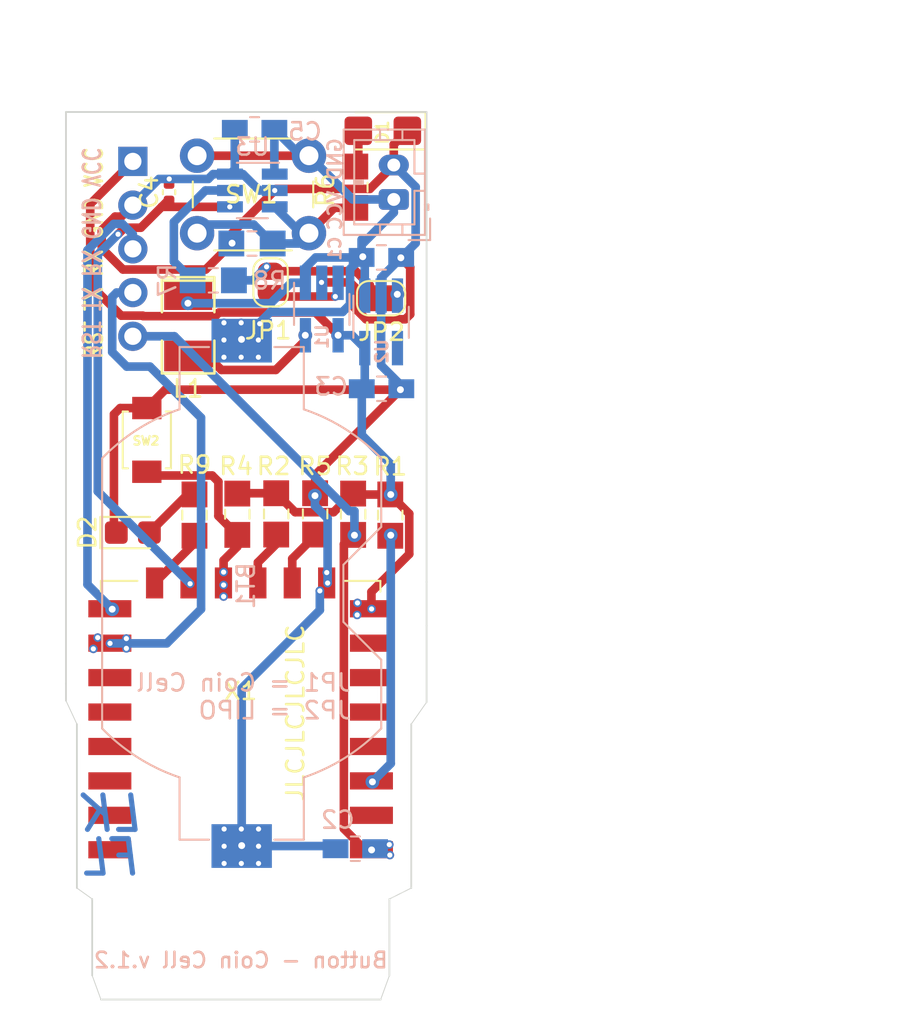
<source format=kicad_pcb>
(kicad_pcb (version 20171130) (host pcbnew "(5.1.9)-1")

  (general
    (thickness 1.6)
    (drawings 29)
    (tracks 246)
    (zones 0)
    (modules 28)
    (nets 21)
  )

  (page A4)
  (layers
    (0 F.Cu signal)
    (31 B.Cu signal)
    (32 B.Adhes user)
    (33 F.Adhes user)
    (34 B.Paste user)
    (35 F.Paste user)
    (36 B.SilkS user)
    (37 F.SilkS user)
    (38 B.Mask user)
    (39 F.Mask user)
    (40 Dwgs.User user)
    (41 Cmts.User user)
    (42 Eco1.User user)
    (43 Eco2.User user)
    (44 Edge.Cuts user)
    (45 Margin user)
    (46 B.CrtYd user hide)
    (47 F.CrtYd user)
    (48 B.Fab user hide)
    (49 F.Fab user)
  )

  (setup
    (last_trace_width 0.5)
    (user_trace_width 0.5)
    (trace_clearance 0.1)
    (zone_clearance 0.508)
    (zone_45_only no)
    (trace_min 0.2)
    (via_size 0.8)
    (via_drill 0.4)
    (via_min_size 0.4)
    (via_min_drill 0.3)
    (user_via 0.5 0.3)
    (uvia_size 0.3)
    (uvia_drill 0.1)
    (uvias_allowed no)
    (uvia_min_size 0.2)
    (uvia_min_drill 0.1)
    (edge_width 0.05)
    (segment_width 0.2)
    (pcb_text_width 0.3)
    (pcb_text_size 1.5 1.5)
    (mod_edge_width 0.12)
    (mod_text_size 1 1)
    (mod_text_width 0.15)
    (pad_size 1.524 1.524)
    (pad_drill 0.762)
    (pad_to_mask_clearance 0.051)
    (solder_mask_min_width 0.25)
    (aux_axis_origin 0 0)
    (visible_elements 7FFFFFFF)
    (pcbplotparams
      (layerselection 0x010fc_ffffffff)
      (usegerberextensions false)
      (usegerberattributes false)
      (usegerberadvancedattributes true)
      (creategerberjobfile false)
      (excludeedgelayer true)
      (linewidth 0.150000)
      (plotframeref false)
      (viasonmask false)
      (mode 1)
      (useauxorigin true)
      (hpglpennumber 1)
      (hpglpenspeed 20)
      (hpglpendiameter 15.000000)
      (psnegative false)
      (psa4output false)
      (plotreference true)
      (plotvalue true)
      (plotinvisibletext false)
      (padsonsilk false)
      (subtractmaskfromsilk false)
      (outputformat 1)
      (mirror false)
      (drillshape 0)
      (scaleselection 1)
      (outputdirectory "Gerber/"))
  )

  (net 0 "")
  (net 1 /VCC)
  (net 2 /GND)
  (net 3 /RST)
  (net 4 /RX)
  (net 5 /TX)
  (net 6 /EN)
  (net 7 /GPIO2)
  (net 8 /GPIO0)
  (net 9 "Net-(BT1-Pad1)")
  (net 10 "Net-(L1-Pad2)")
  (net 11 /GPIO15)
  (net 12 "Net-(R7-Pad2)")
  (net 13 "Net-(JP1-Pad2)")
  (net 14 "Net-(JP1-Pad1)")
  (net 15 "Net-(JP2-Pad1)")
  (net 16 /GPIO4)
  (net 17 "Net-(D2-Pad2)")
  (net 18 /GPIO5)
  (net 19 "Net-(D1-Pad2)")
  (net 20 "Net-(R6-Pad2)")

  (net_class Default "This is the default net class."
    (clearance 0.1)
    (trace_width 0.25)
    (via_dia 0.8)
    (via_drill 0.4)
    (uvia_dia 0.3)
    (uvia_drill 0.1)
    (add_net /EN)
    (add_net /GND)
    (add_net /GPIO0)
    (add_net /GPIO15)
    (add_net /GPIO2)
    (add_net /GPIO4)
    (add_net /GPIO5)
    (add_net /RST)
    (add_net /RX)
    (add_net /TX)
    (add_net /VCC)
    (add_net "Net-(BT1-Pad1)")
    (add_net "Net-(D1-Pad2)")
    (add_net "Net-(D2-Pad2)")
    (add_net "Net-(JP1-Pad1)")
    (add_net "Net-(JP1-Pad2)")
    (add_net "Net-(JP2-Pad1)")
    (add_net "Net-(L1-Pad2)")
    (add_net "Net-(R6-Pad2)")
    (add_net "Net-(R7-Pad2)")
  )

  (module handsolder:SW_SPST_B3U-1000P_mod (layer F.Cu) (tedit 60353A91) (tstamp 6032692A)
    (at 120.269 69.85 90)
    (descr "Ultra-small-sized Tactile Switch with High Contact Reliability, Top-actuated Model, without Ground Terminal, without Boss")
    (tags "Tactile Switch")
    (path /602CDBD4)
    (attr smd)
    (fp_text reference SW2 (at -0.05 -0.05) (layer F.SilkS)
      (effects (font (size 0.5 0.5) (thickness 0.125)))
    )
    (fp_text value SW_Push (at 0 2.5 90) (layer F.Fab)
      (effects (font (size 1 1) (thickness 0.15)))
    )
    (fp_text user %R (at 0 -2.5 90) (layer F.Fab)
      (effects (font (size 1 1) (thickness 0.15)))
    )
    (fp_circle (center 0 0) (end 0.75 0) (layer F.Fab) (width 0.1))
    (fp_line (start -1.5 1.25) (end -1.5 -1.25) (layer F.Fab) (width 0.1))
    (fp_line (start 1.5 1.25) (end -1.5 1.25) (layer F.Fab) (width 0.1))
    (fp_line (start 1.5 -1.25) (end 1.5 1.25) (layer F.Fab) (width 0.1))
    (fp_line (start -1.5 -1.25) (end 1.5 -1.25) (layer F.Fab) (width 0.1))
    (fp_line (start 1.65 -1.4) (end 1.65 -1.1) (layer F.SilkS) (width 0.12))
    (fp_line (start -1.65 -1.4) (end 1.65 -1.4) (layer F.SilkS) (width 0.12))
    (fp_line (start -1.65 -1.1) (end -1.65 -1.4) (layer F.SilkS) (width 0.12))
    (fp_line (start 1.65 1.4) (end 1.65 1.1) (layer F.SilkS) (width 0.12))
    (fp_line (start -1.65 1.4) (end 1.65 1.4) (layer F.SilkS) (width 0.12))
    (fp_line (start -1.65 1.1) (end -1.65 1.4) (layer F.SilkS) (width 0.12))
    (fp_line (start -2.5 -1.65) (end -2.5 1.65) (layer F.CrtYd) (width 0.05))
    (fp_line (start 2.5 -1.65) (end -2.5 -1.65) (layer F.CrtYd) (width 0.05))
    (fp_line (start 2.5 1.65) (end 2.5 -1.65) (layer F.CrtYd) (width 0.05))
    (fp_line (start -2.5 1.65) (end 2.5 1.65) (layer F.CrtYd) (width 0.05))
    (pad 2 smd rect (at 1.85 0 90) (size 1.3 1.7) (layers F.Cu F.Paste F.Mask)
      (net 2 /GND))
    (pad 1 smd rect (at -1.85 0 90) (size 1.3 1.7) (layers F.Cu F.Paste F.Mask)
      (net 8 /GPIO0))
    (model ${KISYS3DMOD}/Button_Switch_SMD.3dshapes/SW_SPST_B3U-1000P.wrl
      (at (xyz 0 0 0))
      (scale (xyz 1 1 1))
      (rotate (xyz 0 0 0))
    )
  )

  (module handsolder:SW_PUSH_6mm_H8mm_mod (layer F.Cu) (tedit 60353762) (tstamp 60326911)
    (at 123.19 53.34)
    (descr "tactile push button, 6x6mm e.g. PHAP33xx series, height=8mm")
    (tags "tact sw push 6mm")
    (path /602CFCB7)
    (fp_text reference SW1 (at 3.15 2.25) (layer F.SilkS)
      (effects (font (size 1 1) (thickness 0.15)))
    )
    (fp_text value SW_Push (at 3.75 6.7) (layer F.Fab)
      (effects (font (size 1 1) (thickness 0.15)))
    )
    (fp_text user %R (at 3.25 2.25) (layer F.Fab)
      (effects (font (size 1 1) (thickness 0.15)))
    )
    (fp_circle (center 3.25 2.25) (end 1.25 2.5) (layer F.Fab) (width 0.1))
    (fp_line (start 6.75 3) (end 6.75 1.5) (layer F.SilkS) (width 0.12))
    (fp_line (start 5.5 -1) (end 1 -1) (layer F.SilkS) (width 0.12))
    (fp_line (start -0.25 1.5) (end -0.25 3) (layer F.SilkS) (width 0.12))
    (fp_line (start 1 5.5) (end 5.5 5.5) (layer F.SilkS) (width 0.12))
    (fp_line (start 8 -1.25) (end 8 5.75) (layer F.CrtYd) (width 0.05))
    (fp_line (start 7.75 6) (end -1.25 6) (layer F.CrtYd) (width 0.05))
    (fp_line (start -1.5 5.75) (end -1.5 -1.25) (layer F.CrtYd) (width 0.05))
    (fp_line (start -1.25 -1.5) (end 7.75 -1.5) (layer F.CrtYd) (width 0.05))
    (fp_line (start -1.5 6) (end -1.25 6) (layer F.CrtYd) (width 0.05))
    (fp_line (start -1.5 5.75) (end -1.5 6) (layer F.CrtYd) (width 0.05))
    (fp_line (start -1.5 -1.5) (end -1.25 -1.5) (layer F.CrtYd) (width 0.05))
    (fp_line (start -1.5 -1.25) (end -1.5 -1.5) (layer F.CrtYd) (width 0.05))
    (fp_line (start 8 -1.5) (end 8 -1.25) (layer F.CrtYd) (width 0.05))
    (fp_line (start 7.75 -1.5) (end 8 -1.5) (layer F.CrtYd) (width 0.05))
    (fp_line (start 8 6) (end 8 5.75) (layer F.CrtYd) (width 0.05))
    (fp_line (start 7.75 6) (end 8 6) (layer F.CrtYd) (width 0.05))
    (fp_line (start 0.25 -0.75) (end 3.25 -0.75) (layer F.Fab) (width 0.1))
    (fp_line (start 0.25 5.25) (end 0.25 -0.75) (layer F.Fab) (width 0.1))
    (fp_line (start 6.25 5.25) (end 0.25 5.25) (layer F.Fab) (width 0.1))
    (fp_line (start 6.25 -0.75) (end 6.25 5.25) (layer F.Fab) (width 0.1))
    (fp_line (start 3.25 -0.75) (end 6.25 -0.75) (layer F.Fab) (width 0.1))
    (pad 1 thru_hole circle (at 6.5 0 90) (size 2 2) (drill 1.1) (layers *.Cu *.Mask)
      (net 9 "Net-(BT1-Pad1)"))
    (pad 2 thru_hole circle (at 6.5 4.5 90) (size 2 2) (drill 1.1) (layers *.Cu *.Mask)
      (net 20 "Net-(R6-Pad2)"))
    (pad 1 thru_hole circle (at 0 0 90) (size 2 2) (drill 1.1) (layers *.Cu *.Mask)
      (net 9 "Net-(BT1-Pad1)"))
    (pad 2 thru_hole circle (at 0 4.5 90) (size 2 2) (drill 1.1) (layers *.Cu *.Mask)
      (net 20 "Net-(R6-Pad2)"))
    (model ${KISYS3DMOD}/Button_Switch_THT.3dshapes/SW_PUSH_6mm_H8mm.wrl
      (at (xyz 0 0 0))
      (scale (xyz 1 1 1))
      (rotate (xyz 0 0 0))
    )
  )

  (module handsolder:PinSocket_1x05_P2.54mm_Vertical_mod (layer F.Cu) (tedit 603537B0) (tstamp 60326824)
    (at 119.4562 53.6702)
    (descr "Through hole straight socket strip, 1x05, 2.54mm pitch, single row (from Kicad 4.0.7), script generated")
    (tags "Through hole socket strip THT 1x05 2.54mm single row")
    (path /60301345)
    (fp_text reference J1 (at 0 -2.77) (layer F.SilkS) hide
      (effects (font (size 1 1) (thickness 0.15)))
    )
    (fp_text value Conn_01x05_Female (at 0 12.93) (layer F.Fab)
      (effects (font (size 1 1) (thickness 0.15)))
    )
    (fp_text user %R (at 0 5.08 90) (layer F.Fab)
      (effects (font (size 1 1) (thickness 0.15)))
    )
    (fp_line (start -1.8 11.9) (end -1.8 -1.8) (layer F.CrtYd) (width 0.05))
    (fp_line (start 1.75 11.9) (end -1.8 11.9) (layer F.CrtYd) (width 0.05))
    (fp_line (start 1.75 -1.8) (end 1.75 11.9) (layer F.CrtYd) (width 0.05))
    (fp_line (start -1.8 -1.8) (end 1.75 -1.8) (layer F.CrtYd) (width 0.05))
    (fp_line (start -1.27 11.43) (end -1.27 -1.27) (layer F.Fab) (width 0.1))
    (fp_line (start 1.27 11.43) (end -1.27 11.43) (layer F.Fab) (width 0.1))
    (fp_line (start 1.27 -0.635) (end 1.27 11.43) (layer F.Fab) (width 0.1))
    (fp_line (start 0.635 -1.27) (end 1.27 -0.635) (layer F.Fab) (width 0.1))
    (fp_line (start -1.27 -1.27) (end 0.635 -1.27) (layer F.Fab) (width 0.1))
    (pad 5 thru_hole oval (at 0 10.16) (size 1.7 1.7) (drill 1) (layers *.Cu *.Mask)
      (net 3 /RST))
    (pad 4 thru_hole oval (at 0 7.62) (size 1.7 1.7) (drill 1) (layers *.Cu *.Mask)
      (net 5 /TX))
    (pad 3 thru_hole oval (at 0 5.08) (size 1.7 1.7) (drill 1) (layers *.Cu *.Mask)
      (net 4 /RX))
    (pad 2 thru_hole oval (at 0 2.54) (size 1.7 1.7) (drill 1) (layers *.Cu *.Mask)
      (net 2 /GND))
    (pad 1 thru_hole rect (at 0 0) (size 1.7 1.7) (drill 1) (layers *.Cu *.Mask)
      (net 1 /VCC))
    (model ${KISYS3DMOD}/Connector_PinSocket_2.54mm.3dshapes/PinSocket_1x05_P2.54mm_Vertical.wrl
      (at (xyz 0 0 0))
      (scale (xyz 1 1 1))
      (rotate (xyz 0 0 0))
    )
  )

  (module handsolder:C_0805_2012handsodermod (layer B.Cu) (tedit 60004493) (tstamp 6034EF3D)
    (at 126.53 51.81 180)
    (descr "Capacitor SMD 0805 (2012 Metric), square (rectangular) end terminal, IPC_7351 nominal with elongated pad for handsoldering. (Body size source: https://docs.google.com/spreadsheets/d/1BsfQQcO9C6DZCsRaXUlFlo91Tg2WpOkGARC1WS5S8t0/edit?usp=sharing), generated with kicad-footprint-generator")
    (tags "capacitor handsolder")
    (path /6034F848)
    (attr smd)
    (fp_text reference C5 (at -2.93 -0.127 180) (layer B.SilkS)
      (effects (font (size 1 1) (thickness 0.15)) (justify mirror))
    )
    (fp_text value 100nF (at 0 -1.65 180) (layer B.Fab) hide
      (effects (font (size 1 1) (thickness 0.15)) (justify mirror))
    )
    (fp_line (start -1 -0.6) (end -1 0.6) (layer B.Fab) (width 0.1))
    (fp_line (start -1 0.6) (end 1 0.6) (layer B.Fab) (width 0.1))
    (fp_line (start 1 0.6) (end 1 -0.6) (layer B.Fab) (width 0.1))
    (fp_line (start 1 -0.6) (end -1 -0.6) (layer B.Fab) (width 0.1))
    (fp_line (start -0.261252 0.71) (end 0.261252 0.71) (layer B.SilkS) (width 0.12))
    (fp_line (start -0.261252 -0.71) (end 0.261252 -0.71) (layer B.SilkS) (width 0.12))
    (fp_line (start -2 -0.95) (end -2 0.95) (layer B.CrtYd) (width 0.05))
    (fp_line (start -2 0.95) (end 2.05 0.95) (layer B.CrtYd) (width 0.05))
    (fp_line (start 2.05 0.95) (end 2.05 -0.95) (layer B.CrtYd) (width 0.05))
    (fp_line (start 2.05 -0.95) (end -2 -0.95) (layer B.CrtYd) (width 0.05))
    (fp_text user %R (at 0 0 180) (layer B.Fab)
      (effects (font (size 0.5 0.5) (thickness 0.08)) (justify mirror))
    )
    (pad 2 smd rect (at 1.15 0 180) (size 1.5 1.1) (layers B.Cu B.Paste B.Mask)
      (net 2 /GND))
    (pad 1 smd rect (at -1.15 0 180) (size 1.5 1.1) (layers B.Cu B.Paste B.Mask)
      (net 9 "Net-(BT1-Pad1)"))
    (model ${KISYS3DMOD}/Capacitor_SMD.3dshapes/C_0805_2012Metric.wrl
      (at (xyz 0 0 0))
      (scale (xyz 1 1 1))
      (rotate (xyz 0 0 0))
    )
  )

  (module Capacitor_SMD:C_0402_1005Metric_Pad0.74x0.62mm_HandSolder (layer F.Cu) (tedit 5F6BB22C) (tstamp 60343163)
    (at 121.56 55.46 90)
    (descr "Capacitor SMD 0402 (1005 Metric), square (rectangular) end terminal, IPC_7351 nominal with elongated pad for handsoldering. (Body size source: IPC-SM-782 page 76, https://www.pcb-3d.com/wordpress/wp-content/uploads/ipc-sm-782a_amendment_1_and_2.pdf), generated with kicad-footprint-generator")
    (tags "capacitor handsolder")
    (path /6034B321)
    (attr smd)
    (fp_text reference C4 (at 0 -1.16 90) (layer F.SilkS)
      (effects (font (size 1 1) (thickness 0.15)))
    )
    (fp_text value 10nf-100nf (at 0 1.16 90) (layer F.Fab)
      (effects (font (size 1 1) (thickness 0.15)))
    )
    (fp_line (start -0.5 0.25) (end -0.5 -0.25) (layer F.Fab) (width 0.1))
    (fp_line (start -0.5 -0.25) (end 0.5 -0.25) (layer F.Fab) (width 0.1))
    (fp_line (start 0.5 -0.25) (end 0.5 0.25) (layer F.Fab) (width 0.1))
    (fp_line (start 0.5 0.25) (end -0.5 0.25) (layer F.Fab) (width 0.1))
    (fp_line (start -0.115835 -0.36) (end 0.115835 -0.36) (layer F.SilkS) (width 0.12))
    (fp_line (start -0.115835 0.36) (end 0.115835 0.36) (layer F.SilkS) (width 0.12))
    (fp_line (start -1.08 0.46) (end -1.08 -0.46) (layer F.CrtYd) (width 0.05))
    (fp_line (start -1.08 -0.46) (end 1.08 -0.46) (layer F.CrtYd) (width 0.05))
    (fp_line (start 1.08 -0.46) (end 1.08 0.46) (layer F.CrtYd) (width 0.05))
    (fp_line (start 1.08 0.46) (end -1.08 0.46) (layer F.CrtYd) (width 0.05))
    (fp_text user %R (at 0 0 90) (layer F.Fab)
      (effects (font (size 0.25 0.25) (thickness 0.04)))
    )
    (pad 2 smd roundrect (at 0.5675 0 90) (size 0.735 0.62) (layers F.Cu F.Paste F.Mask) (roundrect_rratio 0.25)
      (net 2 /GND))
    (pad 1 smd roundrect (at -0.5675 0 90) (size 0.735 0.62) (layers F.Cu F.Paste F.Mask) (roundrect_rratio 0.25)
      (net 16 /GPIO4))
    (model ${KISYS3DMOD}/Capacitor_SMD.3dshapes/C_0402_1005Metric.wrl
      (at (xyz 0 0 0))
      (scale (xyz 1 1 1))
      (rotate (xyz 0 0 0))
    )
  )

  (module handsolder:ESP-12Elesssilk (layer F.Cu) (tedit 60343770) (tstamp 603269A6)
    (at 125.72 90.16 180)
    (descr "Wi-Fi Module, http://wiki.ai-thinker.com/_media/esp8266/docs/aithinker_esp_12f_datasheet_en.pdf")
    (tags "Wi-Fi Module")
    (path /602C0443)
    (attr smd)
    (fp_text reference X1 (at 0 5.715) (layer F.SilkS)
      (effects (font (size 1 1) (thickness 0.15)))
    )
    (fp_text value ESP-12E (at -0.06 -12.78) (layer F.Fab)
      (effects (font (size 1 1) (thickness 0.15)))
    )
    (fp_line (start -8 -12) (end 8 -12) (layer F.Fab) (width 0.12))
    (fp_line (start 8 -12) (end 8 12) (layer F.Fab) (width 0.12))
    (fp_line (start 8 12) (end -8 12) (layer F.Fab) (width 0.12))
    (fp_line (start -8 12) (end -8 -3) (layer F.Fab) (width 0.12))
    (fp_line (start -8 -3) (end -7.5 -3.5) (layer F.Fab) (width 0.12))
    (fp_line (start -7.5 -3.5) (end -8 -4) (layer F.Fab) (width 0.12))
    (fp_line (start -8 -4) (end -8 -12) (layer F.Fab) (width 0.12))
    (fp_line (start -9.05 -12.2) (end 9.05 -12.2) (layer F.CrtYd) (width 0.05))
    (fp_line (start 9.05 -12.2) (end 9.05 13.1) (layer F.CrtYd) (width 0.05))
    (fp_line (start 9.05 13.1) (end -9.05 13.1) (layer F.CrtYd) (width 0.05))
    (fp_line (start -9.05 13.1) (end -9.05 -12.2) (layer F.CrtYd) (width 0.05))
    (fp_line (start 8.12 11.5) (end 8.12 12.12) (layer F.SilkS) (width 0.12))
    (fp_line (start 8.12 12.12) (end 6 12.12) (layer F.SilkS) (width 0.12))
    (fp_line (start -6 12.12) (end -8.12 12.12) (layer F.SilkS) (width 0.12))
    (fp_line (start -8.12 12.12) (end -8.12 11.5) (layer F.SilkS) (width 0.12))
    (fp_line (start -8.12 -12.12) (end 8.12 -12.12) (layer Dwgs.User) (width 0.12))
    (fp_line (start 8.12 -12.12) (end 8.12 -4.8) (layer Dwgs.User) (width 0.12))
    (fp_line (start 8.12 -4.8) (end -8.12 -4.8) (layer Dwgs.User) (width 0.12))
    (fp_line (start -8.12 -4.8) (end -8.12 -12.12) (layer Dwgs.User) (width 0.12))
    (fp_line (start -8.12 -9.12) (end -5.12 -12.12) (layer Dwgs.User) (width 0.12))
    (fp_line (start -8.12 -6.12) (end -2.12 -12.12) (layer Dwgs.User) (width 0.12))
    (fp_line (start -6.44 -4.8) (end 0.88 -12.12) (layer Dwgs.User) (width 0.12))
    (fp_line (start -3.44 -4.8) (end 3.88 -12.12) (layer Dwgs.User) (width 0.12))
    (fp_line (start -0.44 -4.8) (end 6.88 -12.12) (layer Dwgs.User) (width 0.12))
    (fp_line (start 2.56 -4.8) (end 8.12 -10.36) (layer Dwgs.User) (width 0.12))
    (fp_line (start 5.56 -4.8) (end 8.12 -7.36) (layer Dwgs.User) (width 0.12))
    (fp_text user %R (at 0.49 -0.8) (layer F.Fab)
      (effects (font (size 1 1) (thickness 0.15)))
    )
    (fp_text user "KEEP-OUT ZONE" (at 0.03 -9.55 180) (layer Cmts.User)
      (effects (font (size 1 1) (thickness 0.15)))
    )
    (fp_text user Antenna (at -0.06 -7 180) (layer Cmts.User)
      (effects (font (size 1 1) (thickness 0.15)))
    )
    (pad 22 smd rect (at 7.6 -3.5 180) (size 2.5 1) (layers F.Cu F.Paste F.Mask))
    (pad 21 smd rect (at 7.6 -1.5 180) (size 2.5 1) (layers F.Cu F.Paste F.Mask))
    (pad 20 smd rect (at 7.6 0.5 180) (size 2.5 1) (layers F.Cu F.Paste F.Mask))
    (pad 19 smd rect (at 7.6 2.5 180) (size 2.5 1) (layers F.Cu F.Paste F.Mask))
    (pad 18 smd rect (at 7.6 4.5 180) (size 2.5 1) (layers F.Cu F.Paste F.Mask))
    (pad 17 smd rect (at 7.6 6.5 180) (size 2.5 1) (layers F.Cu F.Paste F.Mask))
    (pad 16 smd rect (at 7.6 8.5 180) (size 2.5 1) (layers F.Cu F.Paste F.Mask)
      (net 5 /TX))
    (pad 15 smd rect (at 7.6 10.5 180) (size 2.5 1) (layers F.Cu F.Paste F.Mask)
      (net 4 /RX))
    (pad 14 smd rect (at 5 12 180) (size 1 1.8) (layers F.Cu F.Paste F.Mask)
      (net 18 /GPIO5))
    (pad 13 smd rect (at 3 12 180) (size 1 1.8) (layers F.Cu F.Paste F.Mask)
      (net 16 /GPIO4))
    (pad 12 smd rect (at 1 12 180) (size 1 1.8) (layers F.Cu F.Paste F.Mask)
      (net 8 /GPIO0))
    (pad 11 smd rect (at -1 12 180) (size 1 1.8) (layers F.Cu F.Paste F.Mask)
      (net 7 /GPIO2))
    (pad 10 smd rect (at -3 12 180) (size 1 1.8) (layers F.Cu F.Paste F.Mask)
      (net 11 /GPIO15))
    (pad 9 smd rect (at -5 12 180) (size 1 1.8) (layers F.Cu F.Paste F.Mask)
      (net 2 /GND))
    (pad 8 smd rect (at -7.6 10.5 180) (size 2.5 1) (layers F.Cu F.Paste F.Mask)
      (net 1 /VCC))
    (pad 7 smd rect (at -7.6 8.5 180) (size 2.5 1) (layers F.Cu F.Paste F.Mask))
    (pad 6 smd rect (at -7.6 6.5 180) (size 2.5 1) (layers F.Cu F.Paste F.Mask))
    (pad 5 smd rect (at -7.6 4.5 180) (size 2.5 1) (layers F.Cu F.Paste F.Mask))
    (pad 4 smd rect (at -7.6 2.5 180) (size 2.5 1) (layers F.Cu F.Paste F.Mask))
    (pad 3 smd rect (at -7.6 0.5 180) (size 2.5 1) (layers F.Cu F.Paste F.Mask)
      (net 6 /EN))
    (pad 2 smd rect (at -7.6 -1.5 180) (size 2.5 1) (layers F.Cu F.Paste F.Mask))
    (pad 1 smd rect (at -7.6 -3.5 180) (size 2.5 1) (layers F.Cu F.Paste F.Mask)
      (net 3 /RST))
    (model ${KISYS3DMOD}/RF_Module.3dshapes/ESP-12E.wrl
      (at (xyz 0 0 0))
      (scale (xyz 1 1 1))
      (rotate (xyz 0 0 0))
    )
  )

  (module handsolder:SMD-1210_Pol_inductor (layer F.Cu) (tedit 592F1991) (tstamp 60326859)
    (at 122.67 63.192 270)
    (tags "CMS SM")
    (path /602E234D)
    (attr smd)
    (fp_text reference L1 (at 3.683 0) (layer F.SilkS)
      (effects (font (size 1 1) (thickness 0.15)))
    )
    (fp_text value "4.7 uH" (at 0 0.762 90) (layer F.Fab)
      (effects (font (size 1 1) (thickness 0.15)))
    )
    (fp_line (start -2.794 1.524) (end -0.762 1.524) (layer F.SilkS) (width 0.15))
    (fp_line (start -2.594 -1.524) (end -2.594 1.524) (layer F.SilkS) (width 0.15))
    (fp_line (start -0.762 -1.524) (end -2.794 -1.524) (layer F.SilkS) (width 0.15))
    (fp_line (start 2.794 -1.524) (end 0.889 -1.524) (layer F.SilkS) (width 0.15))
    (fp_line (start 2.794 1.524) (end 2.794 -1.524) (layer F.SilkS) (width 0.15))
    (fp_line (start 0.889 1.524) (end 2.794 1.524) (layer F.SilkS) (width 0.15))
    (fp_line (start -2.794 -1.524) (end -2.794 1.524) (layer F.SilkS) (width 0.15))
    (pad 1 smd rect (at -1.778 0 270) (size 1.778 2.794) (layers F.Cu F.Paste F.Mask)
      (net 9 "Net-(BT1-Pad1)") (zone_connect 2))
    (pad 2 smd rect (at 1.778 0 270) (size 1.778 2.794) (layers F.Cu F.Paste F.Mask)
      (net 10 "Net-(L1-Pad2)"))
    (model SMD_Packages.3dshapes/SMD-1210_Pol.wrl
      (at (xyz 0 0 0))
      (scale (xyz 0.2 0.2 0.2))
      (rotate (xyz 0 0 0))
    )
  )

  (module handsolder:SOT-23-5_HandSolderingmod (layer B.Cu) (tedit 60023824) (tstamp 60329F06)
    (at 130.43408 62.27064 270)
    (descr "5-pin SOT23 package")
    (tags "SOT-23-5 hand-soldering")
    (path /6033543B)
    (attr smd)
    (fp_text reference U1 (at 1.58496 -0.02032 90) (layer B.SilkS)
      (effects (font (size 0.7 0.7) (thickness 0.15)) (justify mirror))
    )
    (fp_text value TPS61097A (at 10.287 -1.143 270) (layer B.SilkS) hide
      (effects (font (size 1 1) (thickness 0.15)) (justify mirror))
    )
    (fp_line (start 2.38 -1.8) (end -2.38 -1.8) (layer B.CrtYd) (width 0.05))
    (fp_line (start 2.38 -1.8) (end 2.38 1.8) (layer B.CrtYd) (width 0.05))
    (fp_line (start -2.38 1.8) (end -2.38 -1.8) (layer B.CrtYd) (width 0.05))
    (fp_line (start -2.38 1.8) (end 2.38 1.8) (layer B.CrtYd) (width 0.05))
    (fp_line (start 0.9 1.55) (end 0.9 -1.55) (layer B.Fab) (width 0.1))
    (fp_line (start 0.9 -1.55) (end -0.9 -1.55) (layer B.Fab) (width 0.1))
    (fp_line (start -0.9 0.9) (end -0.9 -1.55) (layer B.Fab) (width 0.1))
    (fp_line (start 0.9 1.55) (end -0.25 1.55) (layer B.Fab) (width 0.1))
    (fp_line (start -0.9 0.9) (end -0.25 1.55) (layer B.Fab) (width 0.1))
    (fp_line (start 0.9 1.61) (end -1.55 1.61) (layer B.SilkS) (width 0.12))
    (fp_line (start -0.9 -1.61) (end 0.9 -1.61) (layer B.SilkS) (width 0.12))
    (fp_text user %R (at 0 0) (layer B.Fab)
      (effects (font (size 0.5 0.5) (thickness 0.075)) (justify mirror))
    )
    (pad 5 smd rect (at 1.5 0.95 270) (size 2 0.65) (layers B.Cu B.Paste B.Mask)
      (net 10 "Net-(L1-Pad2)"))
    (pad 4 smd rect (at 1.5 -0.95 270) (size 2 0.65) (layers B.Cu B.Paste B.Mask)
      (net 1 /VCC))
    (pad 3 smd rect (at -1.55 -0.95 270) (size 2 0.65) (layers B.Cu B.Paste B.Mask)
      (net 14 "Net-(JP1-Pad1)"))
    (pad 2 smd trapezoid (at -1.55 0 270) (size 2 0.65) (layers B.Cu B.Paste B.Mask)
      (net 2 /GND))
    (pad 1 smd rect (at -1.55 0.95 270) (size 2 0.65) (layers B.Cu B.Paste B.Mask)
      (net 9 "Net-(BT1-Pad1)"))
    (model ${KISYS3DMOD}/Package_TO_SOT_SMD.3dshapes/SOT-23-5.wrl
      (at (xyz 0 0 0))
      (scale (xyz 1 1 1))
      (rotate (xyz 0 0 0))
    )
  )

  (module Jumper:SolderJumper-2_P1.3mm_Open_RoundedPad1.0x1.5mm (layer F.Cu) (tedit 6032783A) (tstamp 60326836)
    (at 127.46 60.7 90)
    (descr "SMD Solder Jumper, 1x1.5mm, rounded Pads, 0.3mm gap, open")
    (tags "solder jumper open")
    (path /6032A30E)
    (attr virtual)
    (fp_text reference JP1 (at -2.79 -0.14 180) (layer F.SilkS)
      (effects (font (size 1 1) (thickness 0.15)))
    )
    (fp_text value "Jumper Coin Cell" (at 0 1.9 90) (layer F.Fab)
      (effects (font (size 1 1) (thickness 0.15)))
    )
    (fp_line (start 1.4 1.1) (end -1.5 1.1) (layer F.CrtYd) (width 0.05))
    (fp_line (start 1.4 1.1) (end 1.4 -1.1) (layer F.CrtYd) (width 0.05))
    (fp_line (start -1.5 -1.1) (end -1.5 1.1) (layer F.CrtYd) (width 0.05))
    (fp_line (start -1.5 -1.1) (end 1.4 -1.1) (layer F.CrtYd) (width 0.05))
    (fp_line (start -0.7 -1) (end 0.7 -1) (layer F.SilkS) (width 0.12))
    (fp_line (start 1.4 -0.3) (end 1.4 0.3) (layer F.SilkS) (width 0.12))
    (fp_line (start 0.7 1) (end -0.7 1) (layer F.SilkS) (width 0.12))
    (fp_line (start -1.4 0.3) (end -1.4 -0.3) (layer F.SilkS) (width 0.12))
    (fp_arc (start -0.7 -0.3) (end -0.7 -1) (angle -90) (layer F.SilkS) (width 0.12))
    (fp_arc (start -0.7 0.3) (end -1.4 0.3) (angle -90) (layer F.SilkS) (width 0.12))
    (fp_arc (start 0.7 0.3) (end 0.7 1) (angle -90) (layer F.SilkS) (width 0.12))
    (fp_arc (start 0.7 -0.3) (end 1.4 -0.3) (angle -90) (layer F.SilkS) (width 0.12))
    (pad 2 smd custom (at 0.65 0 90) (size 1 0.5) (layers F.Cu F.Mask)
      (net 13 "Net-(JP1-Pad2)") (zone_connect 2)
      (options (clearance outline) (anchor rect))
      (primitives
        (gr_circle (center 0 0.25) (end 0.5 0.25) (width 0))
        (gr_circle (center 0 -0.25) (end 0.5 -0.25) (width 0))
        (gr_poly (pts
           (xy 0 -0.75) (xy -0.5 -0.75) (xy -0.5 0.75) (xy 0 0.75)) (width 0))
      ))
    (pad 1 smd custom (at -0.65 0 90) (size 1 0.5) (layers F.Cu F.Mask)
      (net 14 "Net-(JP1-Pad1)") (zone_connect 2)
      (options (clearance outline) (anchor rect))
      (primitives
        (gr_circle (center 0 0.25) (end 0.5 0.25) (width 0))
        (gr_circle (center 0 -0.25) (end 0.5 -0.25) (width 0))
        (gr_poly (pts
           (xy 0 -0.75) (xy 0.5 -0.75) (xy 0.5 0.75) (xy 0 0.75)) (width 0))
      ))
  )

  (module handsolder:C_0805_2012handsodermod (layer B.Cu) (tedit 60326176) (tstamp 603267C3)
    (at 133.9 59.25 180)
    (descr "Capacitor SMD 0805 (2012 Metric), square (rectangular) end terminal, IPC_7351 nominal with elongated pad for handsoldering. (Body size source: https://docs.google.com/spreadsheets/d/1BsfQQcO9C6DZCsRaXUlFlo91Tg2WpOkGARC1WS5S8t0/edit?usp=sharing), generated with kicad-footprint-generator")
    (tags "capacitor handsolder")
    (path /602D0C1F)
    (attr smd)
    (fp_text reference C1 (at 2.7 0.51 270) (layer B.SilkS)
      (effects (font (size 0.7 0.7) (thickness 0.15)) (justify mirror))
    )
    (fp_text value 10uF (at 0 -1.65 180) (layer B.Fab) hide
      (effects (font (size 1 1) (thickness 0.15)) (justify mirror))
    )
    (fp_line (start 2.05 -0.85) (end -2 -0.85) (layer B.CrtYd) (width 0.05))
    (fp_line (start 2.05 0.85) (end 2.05 -0.85) (layer B.CrtYd) (width 0.05))
    (fp_line (start -2 0.85) (end 2.05 0.85) (layer B.CrtYd) (width 0.05))
    (fp_line (start -2 -0.85) (end -2 0.85) (layer B.CrtYd) (width 0.05))
    (fp_line (start -0.261252 -0.71) (end 0.261252 -0.71) (layer B.SilkS) (width 0.12))
    (fp_line (start -0.261252 0.71) (end 0.261252 0.71) (layer B.SilkS) (width 0.12))
    (fp_line (start 1 -0.6) (end -1 -0.6) (layer B.Fab) (width 0.1))
    (fp_line (start 1 0.6) (end 1 -0.6) (layer B.Fab) (width 0.1))
    (fp_line (start -1 0.6) (end 1 0.6) (layer B.Fab) (width 0.1))
    (fp_line (start -1 -0.6) (end -1 0.6) (layer B.Fab) (width 0.1))
    (fp_text user %R (at 0 0 180) (layer B.Fab)
      (effects (font (size 0.5 0.5) (thickness 0.08)) (justify mirror))
    )
    (pad 2 smd rect (at 1.15 0 180) (size 1.5 1.1) (layers B.Cu B.Paste B.Mask)
      (net 9 "Net-(BT1-Pad1)"))
    (pad 1 smd rect (at -1.15 0 180) (size 1.5 1.1) (layers B.Cu B.Paste B.Mask)
      (net 2 /GND))
    (model ${KISYS3DMOD}/Capacitor_SMD.3dshapes/C_0805_2012Metric.wrl
      (at (xyz 0 0 0))
      (scale (xyz 1 1 1))
      (rotate (xyz 0 0 0))
    )
  )

  (module handsolder:SOT-23-6handsoldering (layer B.Cu) (tedit 600C9A10) (tstamp 6032696B)
    (at 126.4 55.36 180)
    (descr "6-pin SOT-23 package")
    (tags SOT-23-6)
    (path /6031B6A7)
    (attr smd)
    (fp_text reference U3 (at 0 2.54 180) (layer B.SilkS)
      (effects (font (size 1 1) (thickness 0.15)) (justify mirror))
    )
    (fp_text value TPL5111 (at 0 -2.9) (layer B.Fab)
      (effects (font (size 1 1) (thickness 0.15)) (justify mirror))
    )
    (fp_line (start 0.9 1.55) (end 0.9 -1.55) (layer B.Fab) (width 0.1))
    (fp_line (start 0.9 -1.55) (end -0.9 -1.55) (layer B.Fab) (width 0.1))
    (fp_line (start -0.9 0.9) (end -0.9 -1.55) (layer B.Fab) (width 0.1))
    (fp_line (start 0.9 1.55) (end -0.25 1.55) (layer B.Fab) (width 0.1))
    (fp_line (start -0.9 0.9) (end -0.25 1.55) (layer B.Fab) (width 0.1))
    (fp_line (start -1.9 1.8) (end -1.9 -1.8) (layer B.CrtYd) (width 0.05))
    (fp_line (start -1.9 -1.8) (end 1.9 -1.8) (layer B.CrtYd) (width 0.05))
    (fp_line (start 1.9 -1.8) (end 1.9 1.8) (layer B.CrtYd) (width 0.05))
    (fp_line (start 1.9 1.8) (end -1.9 1.8) (layer B.CrtYd) (width 0.05))
    (fp_line (start 0.9 1.61) (end -1.55 1.61) (layer B.SilkS) (width 0.12))
    (fp_line (start -0.9 -1.61) (end 0.9 -1.61) (layer B.SilkS) (width 0.12))
    (fp_text user %R (at 0 0 90) (layer B.Fab)
      (effects (font (size 0.5 0.5) (thickness 0.075)) (justify mirror))
    )
    (pad 5 smd rect (at 1.3 0 180) (size 1.5 0.65) (layers B.Cu B.Paste B.Mask)
      (net 12 "Net-(R7-Pad2)"))
    (pad 6 smd rect (at 1.3 0.95 180) (size 1.5 0.65) (layers B.Cu B.Paste B.Mask)
      (net 2 /GND))
    (pad 4 smd rect (at 1.3 -0.95 180) (size 1.5 0.65) (layers B.Cu B.Paste B.Mask)
      (net 16 /GPIO4))
    (pad 3 smd rect (at -1.3 -0.95 180) (size 1.5 0.65) (layers B.Cu B.Paste B.Mask)
      (net 20 "Net-(R6-Pad2)"))
    (pad 2 smd rect (at -1.3 0 180) (size 1.5 0.65) (layers B.Cu B.Paste B.Mask)
      (net 2 /GND))
    (pad 1 smd rect (at -1.3 0.95 180) (size 1.5 0.65) (layers B.Cu B.Paste B.Mask)
      (net 9 "Net-(BT1-Pad1)"))
    (model ${KISYS3DMOD}/Package_TO_SOT_SMD.3dshapes/SOT-23-6.wrl
      (at (xyz 0 0 0))
      (scale (xyz 1 1 1))
      (rotate (xyz 0 0 0))
    )
  )

  (module handsolder:SOT-23-5_HandSolderingmod (layer B.Cu) (tedit 60023824) (tstamp 60326955)
    (at 133.8834 63.0174 270)
    (descr "5-pin SOT23 package")
    (tags "SOT-23-5 hand-soldering")
    (path /602F5FBE)
    (attr smd)
    (fp_text reference U2 (at 1.69164 -0.04064 270) (layer B.SilkS)
      (effects (font (size 0.7 0.7) (thickness 0.15)) (justify mirror))
    )
    (fp_text value AP2112K-3.3 (at 7.62 -1.27 270) (layer B.SilkS) hide
      (effects (font (size 1 1) (thickness 0.15)) (justify mirror))
    )
    (fp_line (start 2.38 -1.8) (end -2.38 -1.8) (layer B.CrtYd) (width 0.05))
    (fp_line (start 2.38 -1.8) (end 2.38 1.8) (layer B.CrtYd) (width 0.05))
    (fp_line (start -2.38 1.8) (end -2.38 -1.8) (layer B.CrtYd) (width 0.05))
    (fp_line (start -2.38 1.8) (end 2.38 1.8) (layer B.CrtYd) (width 0.05))
    (fp_line (start 0.9 1.55) (end 0.9 -1.55) (layer B.Fab) (width 0.1))
    (fp_line (start 0.9 -1.55) (end -0.9 -1.55) (layer B.Fab) (width 0.1))
    (fp_line (start -0.9 0.9) (end -0.9 -1.55) (layer B.Fab) (width 0.1))
    (fp_line (start 0.9 1.55) (end -0.25 1.55) (layer B.Fab) (width 0.1))
    (fp_line (start -0.9 0.9) (end -0.25 1.55) (layer B.Fab) (width 0.1))
    (fp_line (start 0.9 1.61) (end -1.55 1.61) (layer B.SilkS) (width 0.12))
    (fp_line (start -0.9 -1.61) (end 0.9 -1.61) (layer B.SilkS) (width 0.12))
    (fp_text user %R (at 0 0) (layer B.Fab)
      (effects (font (size 0.5 0.5) (thickness 0.075)) (justify mirror))
    )
    (pad 5 smd rect (at 1.5 0.95 270) (size 2 0.65) (layers B.Cu B.Paste B.Mask)
      (net 1 /VCC))
    (pad 4 smd rect (at 1.5 -0.95 270) (size 2 0.65) (layers B.Cu B.Paste B.Mask))
    (pad 3 smd rect (at -1.55 -0.95 270) (size 2 0.65) (layers B.Cu B.Paste B.Mask)
      (net 15 "Net-(JP2-Pad1)"))
    (pad 2 smd trapezoid (at -1.55 0 270) (size 2 0.65) (layers B.Cu B.Paste B.Mask)
      (net 2 /GND))
    (pad 1 smd rect (at -1.55 0.95 270) (size 2 0.65) (layers B.Cu B.Paste B.Mask)
      (net 9 "Net-(BT1-Pad1)"))
    (model ${KISYS3DMOD}/Package_TO_SOT_SMD.3dshapes/SOT-23-5.wrl
      (at (xyz 0 0 0))
      (scale (xyz 1 1 1))
      (rotate (xyz 0 0 0))
    )
  )

  (module handsolder:R_0805_2012handsoldermod (layer F.Cu) (tedit 60004565) (tstamp 603268F2)
    (at 123.0376 74.2188 270)
    (descr "Resistor SMD 0805 (2012 Metric), square (rectangular) end terminal, IPC_7351 nominal with elongated pad for handsoldering. (Body size source: https://docs.google.com/spreadsheets/d/1BsfQQcO9C6DZCsRaXUlFlo91Tg2WpOkGARC1WS5S8t0/edit?usp=sharing), generated with kicad-footprint-generator")
    (tags "resistor handsolder")
    (path /60325E7B)
    (attr smd)
    (fp_text reference R9 (at -2.921 0) (layer F.SilkS)
      (effects (font (size 1 1) (thickness 0.15)))
    )
    (fp_text value 1k (at 0 1.65 270) (layer F.Fab) hide
      (effects (font (size 1 1) (thickness 0.15)))
    )
    (fp_line (start 2.05 0.95) (end -2.05 0.95) (layer F.CrtYd) (width 0.05))
    (fp_line (start 2.05 -0.95) (end 2.05 0.95) (layer F.CrtYd) (width 0.05))
    (fp_line (start -2.05 -0.95) (end 2.05 -0.95) (layer F.CrtYd) (width 0.05))
    (fp_line (start -2.05 0.95) (end -2.05 -0.95) (layer F.CrtYd) (width 0.05))
    (fp_line (start -0.261252 0.71) (end 0.261252 0.71) (layer F.SilkS) (width 0.12))
    (fp_line (start -0.261252 -0.71) (end 0.261252 -0.71) (layer F.SilkS) (width 0.12))
    (fp_line (start 1 0.6) (end -1 0.6) (layer F.Fab) (width 0.1))
    (fp_line (start 1 -0.6) (end 1 0.6) (layer F.Fab) (width 0.1))
    (fp_line (start -1 -0.6) (end 1 -0.6) (layer F.Fab) (width 0.1))
    (fp_line (start -1 0.6) (end -1 -0.6) (layer F.Fab) (width 0.1))
    (fp_text user %R (at 0 0 270) (layer F.Fab)
      (effects (font (size 0.5 0.5) (thickness 0.08)))
    )
    (pad 2 smd rect (at 1.2 0 270) (size 1.5 1.5) (layers F.Cu F.Paste F.Mask)
      (net 18 /GPIO5))
    (pad 1 smd rect (at -1.2 0 270) (size 1.5 1.5) (layers F.Cu F.Paste F.Mask)
      (net 17 "Net-(D2-Pad2)"))
    (model ${KISYS3DMOD}/Resistor_SMD.3dshapes/R_0805_2012Metric.wrl
      (at (xyz 0 0 0))
      (scale (xyz 1 1 1))
      (rotate (xyz 0 0 0))
    )
  )

  (module handsolder:R_0805_2012handsoldermod (layer B.Cu) (tedit 60004565) (tstamp 603268E1)
    (at 126.38 58.44 180)
    (descr "Resistor SMD 0805 (2012 Metric), square (rectangular) end terminal, IPC_7351 nominal with elongated pad for handsoldering. (Body size source: https://docs.google.com/spreadsheets/d/1BsfQQcO9C6DZCsRaXUlFlo91Tg2WpOkGARC1WS5S8t0/edit?usp=sharing), generated with kicad-footprint-generator")
    (tags "resistor handsolder")
    (path /6031EA78)
    (attr smd)
    (fp_text reference R8 (at -1.02 -2.16) (layer B.SilkS)
      (effects (font (size 1 1) (thickness 0.15)) (justify mirror))
    )
    (fp_text value 10k (at 0 -1.65) (layer B.Fab) hide
      (effects (font (size 1 1) (thickness 0.15)) (justify mirror))
    )
    (fp_line (start 2.05 -0.95) (end -2.05 -0.95) (layer B.CrtYd) (width 0.05))
    (fp_line (start 2.05 0.95) (end 2.05 -0.95) (layer B.CrtYd) (width 0.05))
    (fp_line (start -2.05 0.95) (end 2.05 0.95) (layer B.CrtYd) (width 0.05))
    (fp_line (start -2.05 -0.95) (end -2.05 0.95) (layer B.CrtYd) (width 0.05))
    (fp_line (start -0.261252 -0.71) (end 0.261252 -0.71) (layer B.SilkS) (width 0.12))
    (fp_line (start -0.261252 0.71) (end 0.261252 0.71) (layer B.SilkS) (width 0.12))
    (fp_line (start 1 -0.6) (end -1 -0.6) (layer B.Fab) (width 0.1))
    (fp_line (start 1 0.6) (end 1 -0.6) (layer B.Fab) (width 0.1))
    (fp_line (start -1 0.6) (end 1 0.6) (layer B.Fab) (width 0.1))
    (fp_line (start -1 -0.6) (end -1 0.6) (layer B.Fab) (width 0.1))
    (fp_text user %R (at 0 0) (layer B.Fab)
      (effects (font (size 0.5 0.5) (thickness 0.08)) (justify mirror))
    )
    (pad 2 smd rect (at 1.2 0 180) (size 1.5 1.5) (layers B.Cu B.Paste B.Mask)
      (net 2 /GND))
    (pad 1 smd rect (at -1.2 0 180) (size 1.5 1.5) (layers B.Cu B.Paste B.Mask)
      (net 20 "Net-(R6-Pad2)"))
    (model ${KISYS3DMOD}/Resistor_SMD.3dshapes/R_0805_2012Metric.wrl
      (at (xyz 0 0 0))
      (scale (xyz 1 1 1))
      (rotate (xyz 0 0 0))
    )
  )

  (module handsolder:R_0805_2012handsoldermod (layer B.Cu) (tedit 60004565) (tstamp 603268D0)
    (at 124.1298 60.579 180)
    (descr "Resistor SMD 0805 (2012 Metric), square (rectangular) end terminal, IPC_7351 nominal with elongated pad for handsoldering. (Body size source: https://docs.google.com/spreadsheets/d/1BsfQQcO9C6DZCsRaXUlFlo91Tg2WpOkGARC1WS5S8t0/edit?usp=sharing), generated with kicad-footprint-generator")
    (tags "resistor handsolder")
    (path /602F7A06)
    (attr smd)
    (fp_text reference R7 (at 2.667 0 90) (layer B.SilkS)
      (effects (font (size 1 1) (thickness 0.15)) (justify mirror))
    )
    (fp_text value 10k (at 0 -1.65) (layer B.Fab) hide
      (effects (font (size 1 1) (thickness 0.15)) (justify mirror))
    )
    (fp_line (start 2.05 -0.95) (end -2.05 -0.95) (layer B.CrtYd) (width 0.05))
    (fp_line (start 2.05 0.95) (end 2.05 -0.95) (layer B.CrtYd) (width 0.05))
    (fp_line (start -2.05 0.95) (end 2.05 0.95) (layer B.CrtYd) (width 0.05))
    (fp_line (start -2.05 -0.95) (end -2.05 0.95) (layer B.CrtYd) (width 0.05))
    (fp_line (start -0.261252 -0.71) (end 0.261252 -0.71) (layer B.SilkS) (width 0.12))
    (fp_line (start -0.261252 0.71) (end 0.261252 0.71) (layer B.SilkS) (width 0.12))
    (fp_line (start 1 -0.6) (end -1 -0.6) (layer B.Fab) (width 0.1))
    (fp_line (start 1 0.6) (end 1 -0.6) (layer B.Fab) (width 0.1))
    (fp_line (start -1 0.6) (end 1 0.6) (layer B.Fab) (width 0.1))
    (fp_line (start -1 -0.6) (end -1 0.6) (layer B.Fab) (width 0.1))
    (fp_text user %R (at 0 0) (layer B.Fab)
      (effects (font (size 0.5 0.5) (thickness 0.08)) (justify mirror))
    )
    (pad 2 smd rect (at 1.2 0 180) (size 1.5 1.5) (layers B.Cu B.Paste B.Mask)
      (net 12 "Net-(R7-Pad2)"))
    (pad 1 smd rect (at -1.2 0 180) (size 1.5 1.5) (layers B.Cu B.Paste B.Mask)
      (net 13 "Net-(JP1-Pad2)"))
    (model ${KISYS3DMOD}/Resistor_SMD.3dshapes/R_0805_2012Metric.wrl
      (at (xyz 0 0 0))
      (scale (xyz 1 1 1))
      (rotate (xyz 0 0 0))
    )
  )

  (module handsolder:R_0805_2012handsoldermod (layer F.Cu) (tedit 60004565) (tstamp 603268BF)
    (at 132.3848 55.1688 270)
    (descr "Resistor SMD 0805 (2012 Metric), square (rectangular) end terminal, IPC_7351 nominal with elongated pad for handsoldering. (Body size source: https://docs.google.com/spreadsheets/d/1BsfQQcO9C6DZCsRaXUlFlo91Tg2WpOkGARC1WS5S8t0/edit?usp=sharing), generated with kicad-footprint-generator")
    (tags "resistor handsolder")
    (path /602D454A)
    (attr smd)
    (fp_text reference R6 (at 0.1712 1.7448 270) (layer F.SilkS)
      (effects (font (size 1 1) (thickness 0.15)))
    )
    (fp_text value 1k (at 0 1.65 90) (layer F.Fab) hide
      (effects (font (size 1 1) (thickness 0.15)))
    )
    (fp_line (start 2.05 0.95) (end -2.05 0.95) (layer F.CrtYd) (width 0.05))
    (fp_line (start 2.05 -0.95) (end 2.05 0.95) (layer F.CrtYd) (width 0.05))
    (fp_line (start -2.05 -0.95) (end 2.05 -0.95) (layer F.CrtYd) (width 0.05))
    (fp_line (start -2.05 0.95) (end -2.05 -0.95) (layer F.CrtYd) (width 0.05))
    (fp_line (start -0.261252 0.71) (end 0.261252 0.71) (layer F.SilkS) (width 0.12))
    (fp_line (start -0.261252 -0.71) (end 0.261252 -0.71) (layer F.SilkS) (width 0.12))
    (fp_line (start 1 0.6) (end -1 0.6) (layer F.Fab) (width 0.1))
    (fp_line (start 1 -0.6) (end 1 0.6) (layer F.Fab) (width 0.1))
    (fp_line (start -1 -0.6) (end 1 -0.6) (layer F.Fab) (width 0.1))
    (fp_line (start -1 0.6) (end -1 -0.6) (layer F.Fab) (width 0.1))
    (fp_text user %R (at 0 0 90) (layer F.Fab)
      (effects (font (size 0.5 0.5) (thickness 0.08)))
    )
    (pad 2 smd rect (at 1.2 0 270) (size 1.5 1.5) (layers F.Cu F.Paste F.Mask)
      (net 20 "Net-(R6-Pad2)"))
    (pad 1 smd rect (at -1.2 0 270) (size 1.5 1.5) (layers F.Cu F.Paste F.Mask)
      (net 19 "Net-(D1-Pad2)"))
    (model ${KISYS3DMOD}/Resistor_SMD.3dshapes/R_0805_2012Metric.wrl
      (at (xyz 0 0 0))
      (scale (xyz 1 1 1))
      (rotate (xyz 0 0 0))
    )
  )

  (module handsolder:R_0805_2012handsoldermod (layer F.Cu) (tedit 60004565) (tstamp 603268AE)
    (at 130.048 74.1488 270)
    (descr "Resistor SMD 0805 (2012 Metric), square (rectangular) end terminal, IPC_7351 nominal with elongated pad for handsoldering. (Body size source: https://docs.google.com/spreadsheets/d/1BsfQQcO9C6DZCsRaXUlFlo91Tg2WpOkGARC1WS5S8t0/edit?usp=sharing), generated with kicad-footprint-generator")
    (tags "resistor handsolder")
    (path /602CA91E)
    (attr smd)
    (fp_text reference R5 (at -2.7748 0 180) (layer F.SilkS)
      (effects (font (size 1 1) (thickness 0.15)))
    )
    (fp_text value 4.7k (at 0 1.65 90) (layer F.Fab) hide
      (effects (font (size 1 1) (thickness 0.15)))
    )
    (fp_line (start 2.05 0.95) (end -2.05 0.95) (layer F.CrtYd) (width 0.05))
    (fp_line (start 2.05 -0.95) (end 2.05 0.95) (layer F.CrtYd) (width 0.05))
    (fp_line (start -2.05 -0.95) (end 2.05 -0.95) (layer F.CrtYd) (width 0.05))
    (fp_line (start -2.05 0.95) (end -2.05 -0.95) (layer F.CrtYd) (width 0.05))
    (fp_line (start -0.261252 0.71) (end 0.261252 0.71) (layer F.SilkS) (width 0.12))
    (fp_line (start -0.261252 -0.71) (end 0.261252 -0.71) (layer F.SilkS) (width 0.12))
    (fp_line (start 1 0.6) (end -1 0.6) (layer F.Fab) (width 0.1))
    (fp_line (start 1 -0.6) (end 1 0.6) (layer F.Fab) (width 0.1))
    (fp_line (start -1 -0.6) (end 1 -0.6) (layer F.Fab) (width 0.1))
    (fp_line (start -1 0.6) (end -1 -0.6) (layer F.Fab) (width 0.1))
    (fp_text user %R (at 0 0 90) (layer F.Fab)
      (effects (font (size 0.5 0.5) (thickness 0.08)))
    )
    (pad 2 smd rect (at 1.2 0 270) (size 1.5 1.5) (layers F.Cu F.Paste F.Mask)
      (net 11 /GPIO15))
    (pad 1 smd rect (at -1.2 0 270) (size 1.5 1.5) (layers F.Cu F.Paste F.Mask)
      (net 2 /GND))
    (model ${KISYS3DMOD}/Resistor_SMD.3dshapes/R_0805_2012Metric.wrl
      (at (xyz 0 0 0))
      (scale (xyz 1 1 1))
      (rotate (xyz 0 0 0))
    )
  )

  (module handsolder:R_0805_2012handsoldermod (layer F.Cu) (tedit 60004565) (tstamp 6032689D)
    (at 125.5268 74.168 270)
    (descr "Resistor SMD 0805 (2012 Metric), square (rectangular) end terminal, IPC_7351 nominal with elongated pad for handsoldering. (Body size source: https://docs.google.com/spreadsheets/d/1BsfQQcO9C6DZCsRaXUlFlo91Tg2WpOkGARC1WS5S8t0/edit?usp=sharing), generated with kicad-footprint-generator")
    (tags "resistor handsolder")
    (path /602CA541)
    (attr smd)
    (fp_text reference R4 (at -2.794 0.0762 180) (layer F.SilkS)
      (effects (font (size 1 1) (thickness 0.15)))
    )
    (fp_text value 10k (at 0 1.65 90) (layer F.Fab) hide
      (effects (font (size 1 1) (thickness 0.15)))
    )
    (fp_line (start 2.05 0.95) (end -2.05 0.95) (layer F.CrtYd) (width 0.05))
    (fp_line (start 2.05 -0.95) (end 2.05 0.95) (layer F.CrtYd) (width 0.05))
    (fp_line (start -2.05 -0.95) (end 2.05 -0.95) (layer F.CrtYd) (width 0.05))
    (fp_line (start -2.05 0.95) (end -2.05 -0.95) (layer F.CrtYd) (width 0.05))
    (fp_line (start -0.261252 0.71) (end 0.261252 0.71) (layer F.SilkS) (width 0.12))
    (fp_line (start -0.261252 -0.71) (end 0.261252 -0.71) (layer F.SilkS) (width 0.12))
    (fp_line (start 1 0.6) (end -1 0.6) (layer F.Fab) (width 0.1))
    (fp_line (start 1 -0.6) (end 1 0.6) (layer F.Fab) (width 0.1))
    (fp_line (start -1 -0.6) (end 1 -0.6) (layer F.Fab) (width 0.1))
    (fp_line (start -1 0.6) (end -1 -0.6) (layer F.Fab) (width 0.1))
    (fp_text user %R (at 0 0 90) (layer F.Fab)
      (effects (font (size 0.5 0.5) (thickness 0.08)))
    )
    (pad 2 smd rect (at 1.2 0 270) (size 1.5 1.5) (layers F.Cu F.Paste F.Mask)
      (net 8 /GPIO0))
    (pad 1 smd rect (at -1.2 0 270) (size 1.5 1.5) (layers F.Cu F.Paste F.Mask)
      (net 1 /VCC))
    (model ${KISYS3DMOD}/Resistor_SMD.3dshapes/R_0805_2012Metric.wrl
      (at (xyz 0 0 0))
      (scale (xyz 1 1 1))
      (rotate (xyz 0 0 0))
    )
  )

  (module handsolder:R_0805_2012handsoldermod (layer F.Cu) (tedit 60004565) (tstamp 6032688C)
    (at 132.2578 74.168 270)
    (descr "Resistor SMD 0805 (2012 Metric), square (rectangular) end terminal, IPC_7351 nominal with elongated pad for handsoldering. (Body size source: https://docs.google.com/spreadsheets/d/1BsfQQcO9C6DZCsRaXUlFlo91Tg2WpOkGARC1WS5S8t0/edit?usp=sharing), generated with kicad-footprint-generator")
    (tags "resistor handsolder")
    (path /602C7954)
    (attr smd)
    (fp_text reference R3 (at -2.794 0.0508 180) (layer F.SilkS)
      (effects (font (size 1 1) (thickness 0.15)))
    )
    (fp_text value 10k (at 0 1.65 90) (layer F.Fab) hide
      (effects (font (size 1 1) (thickness 0.15)))
    )
    (fp_line (start 2.05 0.95) (end -2.05 0.95) (layer F.CrtYd) (width 0.05))
    (fp_line (start 2.05 -0.95) (end 2.05 0.95) (layer F.CrtYd) (width 0.05))
    (fp_line (start -2.05 -0.95) (end 2.05 -0.95) (layer F.CrtYd) (width 0.05))
    (fp_line (start -2.05 0.95) (end -2.05 -0.95) (layer F.CrtYd) (width 0.05))
    (fp_line (start -0.261252 0.71) (end 0.261252 0.71) (layer F.SilkS) (width 0.12))
    (fp_line (start -0.261252 -0.71) (end 0.261252 -0.71) (layer F.SilkS) (width 0.12))
    (fp_line (start 1 0.6) (end -1 0.6) (layer F.Fab) (width 0.1))
    (fp_line (start 1 -0.6) (end 1 0.6) (layer F.Fab) (width 0.1))
    (fp_line (start -1 -0.6) (end 1 -0.6) (layer F.Fab) (width 0.1))
    (fp_line (start -1 0.6) (end -1 -0.6) (layer F.Fab) (width 0.1))
    (fp_text user %R (at 0 0 90) (layer F.Fab)
      (effects (font (size 0.5 0.5) (thickness 0.08)))
    )
    (pad 2 smd rect (at 1.2 0 270) (size 1.5 1.5) (layers F.Cu F.Paste F.Mask)
      (net 3 /RST))
    (pad 1 smd rect (at -1.2 0 270) (size 1.5 1.5) (layers F.Cu F.Paste F.Mask)
      (net 1 /VCC))
    (model ${KISYS3DMOD}/Resistor_SMD.3dshapes/R_0805_2012Metric.wrl
      (at (xyz 0 0 0))
      (scale (xyz 1 1 1))
      (rotate (xyz 0 0 0))
    )
  )

  (module handsolder:R_0805_2012handsoldermod (layer F.Cu) (tedit 60004565) (tstamp 6032687B)
    (at 127.7874 74.1488 270)
    (descr "Resistor SMD 0805 (2012 Metric), square (rectangular) end terminal, IPC_7351 nominal with elongated pad for handsoldering. (Body size source: https://docs.google.com/spreadsheets/d/1BsfQQcO9C6DZCsRaXUlFlo91Tg2WpOkGARC1WS5S8t0/edit?usp=sharing), generated with kicad-footprint-generator")
    (tags "resistor handsolder")
    (path /602CC605)
    (attr smd)
    (fp_text reference R2 (at -2.7748 0.1524 180) (layer F.SilkS)
      (effects (font (size 1 1) (thickness 0.15)))
    )
    (fp_text value 10k (at 0 1.65 90) (layer F.Fab) hide
      (effects (font (size 1 1) (thickness 0.15)))
    )
    (fp_line (start 2.05 0.95) (end -2.05 0.95) (layer F.CrtYd) (width 0.05))
    (fp_line (start 2.05 -0.95) (end 2.05 0.95) (layer F.CrtYd) (width 0.05))
    (fp_line (start -2.05 -0.95) (end 2.05 -0.95) (layer F.CrtYd) (width 0.05))
    (fp_line (start -2.05 0.95) (end -2.05 -0.95) (layer F.CrtYd) (width 0.05))
    (fp_line (start -0.261252 0.71) (end 0.261252 0.71) (layer F.SilkS) (width 0.12))
    (fp_line (start -0.261252 -0.71) (end 0.261252 -0.71) (layer F.SilkS) (width 0.12))
    (fp_line (start 1 0.6) (end -1 0.6) (layer F.Fab) (width 0.1))
    (fp_line (start 1 -0.6) (end 1 0.6) (layer F.Fab) (width 0.1))
    (fp_line (start -1 -0.6) (end 1 -0.6) (layer F.Fab) (width 0.1))
    (fp_line (start -1 0.6) (end -1 -0.6) (layer F.Fab) (width 0.1))
    (fp_text user %R (at 0 0 90) (layer F.Fab)
      (effects (font (size 0.5 0.5) (thickness 0.08)))
    )
    (pad 2 smd rect (at 1.2 0 270) (size 1.5 1.5) (layers F.Cu F.Paste F.Mask)
      (net 7 /GPIO2))
    (pad 1 smd rect (at -1.2 0 270) (size 1.5 1.5) (layers F.Cu F.Paste F.Mask)
      (net 1 /VCC))
    (model ${KISYS3DMOD}/Resistor_SMD.3dshapes/R_0805_2012Metric.wrl
      (at (xyz 0 0 0))
      (scale (xyz 1 1 1))
      (rotate (xyz 0 0 0))
    )
  )

  (module handsolder:R_0805_2012handsoldermod (layer F.Cu) (tedit 60004565) (tstamp 6032686A)
    (at 134.4168 74.2188 270)
    (descr "Resistor SMD 0805 (2012 Metric), square (rectangular) end terminal, IPC_7351 nominal with elongated pad for handsoldering. (Body size source: https://docs.google.com/spreadsheets/d/1BsfQQcO9C6DZCsRaXUlFlo91Tg2WpOkGARC1WS5S8t0/edit?usp=sharing), generated with kicad-footprint-generator")
    (tags "resistor handsolder")
    (path /602C727C)
    (attr smd)
    (fp_text reference R1 (at -2.8194 0 180) (layer F.SilkS)
      (effects (font (size 1 1) (thickness 0.15)))
    )
    (fp_text value 10k (at 0 1.65 90) (layer F.Fab) hide
      (effects (font (size 1 1) (thickness 0.15)))
    )
    (fp_line (start 2.05 0.95) (end -2.05 0.95) (layer F.CrtYd) (width 0.05))
    (fp_line (start 2.05 -0.95) (end 2.05 0.95) (layer F.CrtYd) (width 0.05))
    (fp_line (start -2.05 -0.95) (end 2.05 -0.95) (layer F.CrtYd) (width 0.05))
    (fp_line (start -2.05 0.95) (end -2.05 -0.95) (layer F.CrtYd) (width 0.05))
    (fp_line (start -0.261252 0.71) (end 0.261252 0.71) (layer F.SilkS) (width 0.12))
    (fp_line (start -0.261252 -0.71) (end 0.261252 -0.71) (layer F.SilkS) (width 0.12))
    (fp_line (start 1 0.6) (end -1 0.6) (layer F.Fab) (width 0.1))
    (fp_line (start 1 -0.6) (end 1 0.6) (layer F.Fab) (width 0.1))
    (fp_line (start -1 -0.6) (end 1 -0.6) (layer F.Fab) (width 0.1))
    (fp_line (start -1 0.6) (end -1 -0.6) (layer F.Fab) (width 0.1))
    (fp_text user %R (at 0 0 90) (layer F.Fab)
      (effects (font (size 0.5 0.5) (thickness 0.08)))
    )
    (pad 2 smd rect (at 1.2 0 270) (size 1.5 1.5) (layers F.Cu F.Paste F.Mask)
      (net 6 /EN))
    (pad 1 smd rect (at -1.2 0 270) (size 1.5 1.5) (layers F.Cu F.Paste F.Mask)
      (net 1 /VCC))
    (model ${KISYS3DMOD}/Resistor_SMD.3dshapes/R_0805_2012Metric.wrl
      (at (xyz 0 0 0))
      (scale (xyz 1 1 1))
      (rotate (xyz 0 0 0))
    )
  )

  (module Jumper:SolderJumper-2_P1.3mm_Open_RoundedPad1.0x1.5mm (layer F.Cu) (tedit 5B391E66) (tstamp 60326848)
    (at 133.8834 61.6204 180)
    (descr "SMD Solder Jumper, 1x1.5mm, rounded Pads, 0.3mm gap, open")
    (tags "solder jumper open")
    (path /60326B8C)
    (attr virtual)
    (fp_text reference JP2 (at -0.0254 -1.9558 180) (layer F.SilkS)
      (effects (font (size 1 1) (thickness 0.15)))
    )
    (fp_text value "Jumper LIPO" (at 0 1.9) (layer F.Fab)
      (effects (font (size 1 1) (thickness 0.15)))
    )
    (fp_line (start 1.65 1.25) (end -1.65 1.25) (layer F.CrtYd) (width 0.05))
    (fp_line (start 1.65 1.25) (end 1.65 -1.25) (layer F.CrtYd) (width 0.05))
    (fp_line (start -1.65 -1.25) (end -1.65 1.25) (layer F.CrtYd) (width 0.05))
    (fp_line (start -1.65 -1.25) (end 1.65 -1.25) (layer F.CrtYd) (width 0.05))
    (fp_line (start -0.7 -1) (end 0.7 -1) (layer F.SilkS) (width 0.12))
    (fp_line (start 1.4 -0.3) (end 1.4 0.3) (layer F.SilkS) (width 0.12))
    (fp_line (start 0.7 1) (end -0.7 1) (layer F.SilkS) (width 0.12))
    (fp_line (start -1.4 0.3) (end -1.4 -0.3) (layer F.SilkS) (width 0.12))
    (fp_arc (start -0.7 -0.3) (end -0.7 -1) (angle -90) (layer F.SilkS) (width 0.12))
    (fp_arc (start -0.7 0.3) (end -1.4 0.3) (angle -90) (layer F.SilkS) (width 0.12))
    (fp_arc (start 0.7 0.3) (end 0.7 1) (angle -90) (layer F.SilkS) (width 0.12))
    (fp_arc (start 0.7 -0.3) (end 1.4 -0.3) (angle -90) (layer F.SilkS) (width 0.12))
    (pad 2 smd custom (at 0.65 0 180) (size 1 0.5) (layers F.Cu F.Mask)
      (net 13 "Net-(JP1-Pad2)") (zone_connect 2)
      (options (clearance outline) (anchor rect))
      (primitives
        (gr_circle (center 0 0.25) (end 0.5 0.25) (width 0))
        (gr_circle (center 0 -0.25) (end 0.5 -0.25) (width 0))
        (gr_poly (pts
           (xy 0 -0.75) (xy -0.5 -0.75) (xy -0.5 0.75) (xy 0 0.75)) (width 0))
      ))
    (pad 1 smd custom (at -0.65 0 180) (size 1 0.5) (layers F.Cu F.Mask)
      (net 15 "Net-(JP2-Pad1)") (zone_connect 2)
      (options (clearance outline) (anchor rect))
      (primitives
        (gr_circle (center 0 0.25) (end 0.5 0.25) (width 0))
        (gr_circle (center 0 -0.25) (end 0.5 -0.25) (width 0))
        (gr_poly (pts
           (xy 0 -0.75) (xy 0.5 -0.75) (xy 0.5 0.75) (xy 0 0.75)) (width 0))
      ))
  )

  (module LED_SMD:LED_0805_2012Metric_Castellated (layer F.Cu) (tedit 5F68FEF1) (tstamp 6032680B)
    (at 119.4562 75.2348)
    (descr "LED SMD 0805 (2012 Metric), castellated end terminal, IPC_7351 nominal, (Body size source: https://docs.google.com/spreadsheets/d/1BsfQQcO9C6DZCsRaXUlFlo91Tg2WpOkGARC1WS5S8t0/edit?usp=sharing), generated with kicad-footprint-generator")
    (tags "LED castellated")
    (path /6032747F)
    (attr smd)
    (fp_text reference D2 (at -2.6416 0 90) (layer F.SilkS)
      (effects (font (size 1 1) (thickness 0.15)))
    )
    (fp_text value LED (at 0 1.6) (layer F.Fab)
      (effects (font (size 1 1) (thickness 0.15)))
    )
    (fp_line (start 1.88 0.9) (end -1.88 0.9) (layer F.CrtYd) (width 0.05))
    (fp_line (start 1.88 -0.9) (end 1.88 0.9) (layer F.CrtYd) (width 0.05))
    (fp_line (start -1.88 -0.9) (end 1.88 -0.9) (layer F.CrtYd) (width 0.05))
    (fp_line (start -1.88 0.9) (end -1.88 -0.9) (layer F.CrtYd) (width 0.05))
    (fp_line (start -1.885 0.91) (end 1 0.91) (layer F.SilkS) (width 0.12))
    (fp_line (start -1.885 -0.91) (end -1.885 0.91) (layer F.SilkS) (width 0.12))
    (fp_line (start 1 -0.91) (end -1.885 -0.91) (layer F.SilkS) (width 0.12))
    (fp_line (start 1 0.6) (end 1 -0.6) (layer F.Fab) (width 0.1))
    (fp_line (start -1 0.6) (end 1 0.6) (layer F.Fab) (width 0.1))
    (fp_line (start -1 -0.3) (end -1 0.6) (layer F.Fab) (width 0.1))
    (fp_line (start -0.7 -0.6) (end -1 -0.3) (layer F.Fab) (width 0.1))
    (fp_line (start 1 -0.6) (end -0.7 -0.6) (layer F.Fab) (width 0.1))
    (fp_text user %R (at 0 0) (layer F.Fab)
      (effects (font (size 0.5 0.5) (thickness 0.08)))
    )
    (pad 2 smd roundrect (at 0.9625 0) (size 1.325 1.3) (layers F.Cu F.Paste F.Mask) (roundrect_rratio 0.1923076923076923)
      (net 17 "Net-(D2-Pad2)"))
    (pad 1 smd roundrect (at -0.9625 0) (size 1.325 1.3) (layers F.Cu F.Paste F.Mask) (roundrect_rratio 0.1923076923076923)
      (net 2 /GND))
    (model ${KISYS3DMOD}/LED_SMD.3dshapes/LED_0805_2012Metric_Castellated.wrl
      (at (xyz 0 0 0))
      (scale (xyz 1 1 1))
      (rotate (xyz 0 0 0))
    )
  )

  (module LED_SMD:LED_1206_3216Metric_Castellated (layer F.Cu) (tedit 5F68FEF1) (tstamp 603267F8)
    (at 133.9824 51.8922 180)
    (descr "LED SMD 1206 (3216 Metric), castellated end terminal, IPC_7351 nominal, (Body size source: http://www.tortai-tech.com/upload/download/2011102023233369053.pdf), generated with kicad-footprint-generator")
    (tags "LED castellated")
    (path /602D28D1)
    (attr smd)
    (fp_text reference D1 (at 0.0176 -0.0922 90) (layer F.SilkS)
      (effects (font (size 0.7 0.7) (thickness 0.15)))
    )
    (fp_text value LED (at 0 1.78) (layer F.Fab)
      (effects (font (size 1 1) (thickness 0.15)))
    )
    (fp_line (start 2.48 1.08) (end -2.48 1.08) (layer F.CrtYd) (width 0.05))
    (fp_line (start 2.48 -1.08) (end 2.48 1.08) (layer F.CrtYd) (width 0.05))
    (fp_line (start -2.48 -1.08) (end 2.48 -1.08) (layer F.CrtYd) (width 0.05))
    (fp_line (start -2.48 1.08) (end -2.48 -1.08) (layer F.CrtYd) (width 0.05))
    (fp_line (start -2.485 1.085) (end 1.6 1.085) (layer F.SilkS) (width 0.12))
    (fp_line (start -2.485 -1.085) (end -2.485 1.085) (layer F.SilkS) (width 0.12))
    (fp_line (start 1.6 -1.085) (end -2.485 -1.085) (layer F.SilkS) (width 0.12))
    (fp_line (start 1.6 0.8) (end 1.6 -0.8) (layer F.Fab) (width 0.1))
    (fp_line (start -1.6 0.8) (end 1.6 0.8) (layer F.Fab) (width 0.1))
    (fp_line (start -1.6 -0.4) (end -1.6 0.8) (layer F.Fab) (width 0.1))
    (fp_line (start -1.2 -0.8) (end -1.6 -0.4) (layer F.Fab) (width 0.1))
    (fp_line (start 1.6 -0.8) (end -1.2 -0.8) (layer F.Fab) (width 0.1))
    (fp_text user %R (at 0 0) (layer F.Fab)
      (effects (font (size 0.8 0.8) (thickness 0.12)))
    )
    (pad 2 smd roundrect (at 1.425 0 180) (size 1.6 1.65) (layers F.Cu F.Paste F.Mask) (roundrect_rratio 0.15625)
      (net 19 "Net-(D1-Pad2)"))
    (pad 1 smd roundrect (at -1.425 0 180) (size 1.6 1.65) (layers F.Cu F.Paste F.Mask) (roundrect_rratio 0.15625)
      (net 2 /GND))
    (model ${KISYS3DMOD}/LED_SMD.3dshapes/LED_1206_3216Metric_Castellated.wrl
      (at (xyz 0 0 0))
      (scale (xyz 1 1 1))
      (rotate (xyz 0 0 0))
    )
  )

  (module handsolder:C_0805_2012handsodermod (layer B.Cu) (tedit 60004493) (tstamp 603267E5)
    (at 133.9088 66.8782)
    (descr "Capacitor SMD 0805 (2012 Metric), square (rectangular) end terminal, IPC_7351 nominal with elongated pad for handsoldering. (Body size source: https://docs.google.com/spreadsheets/d/1BsfQQcO9C6DZCsRaXUlFlo91Tg2WpOkGARC1WS5S8t0/edit?usp=sharing), generated with kicad-footprint-generator")
    (tags "capacitor handsolder")
    (path /602E3D4A)
    (attr smd)
    (fp_text reference C3 (at -2.93 -0.127) (layer B.SilkS)
      (effects (font (size 1 1) (thickness 0.15)) (justify mirror))
    )
    (fp_text value 10uF (at 0 -1.65) (layer B.Fab) hide
      (effects (font (size 1 1) (thickness 0.15)) (justify mirror))
    )
    (fp_line (start 2.05 -0.95) (end -2 -0.95) (layer B.CrtYd) (width 0.05))
    (fp_line (start 2.05 0.95) (end 2.05 -0.95) (layer B.CrtYd) (width 0.05))
    (fp_line (start -2 0.95) (end 2.05 0.95) (layer B.CrtYd) (width 0.05))
    (fp_line (start -2 -0.95) (end -2 0.95) (layer B.CrtYd) (width 0.05))
    (fp_line (start -0.261252 -0.71) (end 0.261252 -0.71) (layer B.SilkS) (width 0.12))
    (fp_line (start -0.261252 0.71) (end 0.261252 0.71) (layer B.SilkS) (width 0.12))
    (fp_line (start 1 -0.6) (end -1 -0.6) (layer B.Fab) (width 0.1))
    (fp_line (start 1 0.6) (end 1 -0.6) (layer B.Fab) (width 0.1))
    (fp_line (start -1 0.6) (end 1 0.6) (layer B.Fab) (width 0.1))
    (fp_line (start -1 -0.6) (end -1 0.6) (layer B.Fab) (width 0.1))
    (fp_text user %R (at 0 0) (layer B.Fab)
      (effects (font (size 0.5 0.5) (thickness 0.08)) (justify mirror))
    )
    (pad 2 smd rect (at 1.15 0) (size 1.5 1.1) (layers B.Cu B.Paste B.Mask)
      (net 2 /GND))
    (pad 1 smd rect (at -1.15 0) (size 1.5 1.1) (layers B.Cu B.Paste B.Mask)
      (net 1 /VCC))
    (model ${KISYS3DMOD}/Capacitor_SMD.3dshapes/C_0805_2012Metric.wrl
      (at (xyz 0 0 0))
      (scale (xyz 1 1 1))
      (rotate (xyz 0 0 0))
    )
  )

  (module handsolder:C_0805_2012handsodermod (layer B.Cu) (tedit 60004493) (tstamp 603267D4)
    (at 132.3848 93.599)
    (descr "Capacitor SMD 0805 (2012 Metric), square (rectangular) end terminal, IPC_7351 nominal with elongated pad for handsoldering. (Body size source: https://docs.google.com/spreadsheets/d/1BsfQQcO9C6DZCsRaXUlFlo91Tg2WpOkGARC1WS5S8t0/edit?usp=sharing), generated with kicad-footprint-generator")
    (tags "capacitor handsolder")
    (path /602C896A)
    (attr smd)
    (fp_text reference C2 (at -1.016 -1.6764) (layer B.SilkS)
      (effects (font (size 1 1) (thickness 0.15)) (justify mirror))
    )
    (fp_text value 100nF (at 0 -1.65) (layer B.Fab) hide
      (effects (font (size 1 1) (thickness 0.15)) (justify mirror))
    )
    (fp_line (start 2.05 -0.95) (end -2 -0.95) (layer B.CrtYd) (width 0.05))
    (fp_line (start 2.05 0.95) (end 2.05 -0.95) (layer B.CrtYd) (width 0.05))
    (fp_line (start -2 0.95) (end 2.05 0.95) (layer B.CrtYd) (width 0.05))
    (fp_line (start -2 -0.95) (end -2 0.95) (layer B.CrtYd) (width 0.05))
    (fp_line (start -0.261252 -0.71) (end 0.261252 -0.71) (layer B.SilkS) (width 0.12))
    (fp_line (start -0.261252 0.71) (end 0.261252 0.71) (layer B.SilkS) (width 0.12))
    (fp_line (start 1 -0.6) (end -1 -0.6) (layer B.Fab) (width 0.1))
    (fp_line (start 1 0.6) (end 1 -0.6) (layer B.Fab) (width 0.1))
    (fp_line (start -1 0.6) (end 1 0.6) (layer B.Fab) (width 0.1))
    (fp_line (start -1 -0.6) (end -1 0.6) (layer B.Fab) (width 0.1))
    (fp_text user %R (at 0 0) (layer B.Fab)
      (effects (font (size 0.5 0.5) (thickness 0.08)) (justify mirror))
    )
    (pad 2 smd rect (at 1.15 0) (size 1.5 1.1) (layers B.Cu B.Paste B.Mask)
      (net 3 /RST))
    (pad 1 smd rect (at -1.15 0) (size 1.5 1.1) (layers B.Cu B.Paste B.Mask)
      (net 2 /GND))
    (model ${KISYS3DMOD}/Capacitor_SMD.3dshapes/C_0805_2012Metric.wrl
      (at (xyz 0 0 0))
      (scale (xyz 1 1 1))
      (rotate (xyz 0 0 0))
    )
  )

  (module Connector_JST:JST_PH_B2B-PH-K_1x02_P2.00mm_Vertical (layer B.Cu) (tedit 5B7745C2) (tstamp 603267B2)
    (at 134.62 55.88 90)
    (descr "JST PH series connector, B2B-PH-K (http://www.jst-mfg.com/product/pdf/eng/ePH.pdf), generated with kicad-footprint-generator")
    (tags "connector JST PH side entry")
    (path /602FBA1B)
    (fp_text reference BT2 (at 0.3048 2.6162 270) (layer B.SilkS) hide
      (effects (font (size 1 1) (thickness 0.15)) (justify mirror))
    )
    (fp_text value Battery_Cell (at 1 -4 -90) (layer B.Fab)
      (effects (font (size 1 1) (thickness 0.15)) (justify mirror))
    )
    (fp_line (start 4.45 2.2) (end -2.45 2.2) (layer B.CrtYd) (width 0.05))
    (fp_line (start 4.45 -3.3) (end 4.45 2.2) (layer B.CrtYd) (width 0.05))
    (fp_line (start -2.45 -3.3) (end 4.45 -3.3) (layer B.CrtYd) (width 0.05))
    (fp_line (start -2.45 2.2) (end -2.45 -3.3) (layer B.CrtYd) (width 0.05))
    (fp_line (start 3.95 1.7) (end -1.95 1.7) (layer B.Fab) (width 0.1))
    (fp_line (start 3.95 -2.8) (end 3.95 1.7) (layer B.Fab) (width 0.1))
    (fp_line (start -1.95 -2.8) (end 3.95 -2.8) (layer B.Fab) (width 0.1))
    (fp_line (start -1.95 1.7) (end -1.95 -2.8) (layer B.Fab) (width 0.1))
    (fp_line (start -2.36 2.11) (end -2.36 0.86) (layer B.Fab) (width 0.1))
    (fp_line (start -1.11 2.11) (end -2.36 2.11) (layer B.Fab) (width 0.1))
    (fp_line (start -2.36 2.11) (end -2.36 0.86) (layer B.SilkS) (width 0.12))
    (fp_line (start -1.11 2.11) (end -2.36 2.11) (layer B.SilkS) (width 0.12))
    (fp_line (start 1 -2.3) (end 1 -1.8) (layer B.SilkS) (width 0.12))
    (fp_line (start 1.1 -1.8) (end 1.1 -2.3) (layer B.SilkS) (width 0.12))
    (fp_line (start 0.9 -1.8) (end 1.1 -1.8) (layer B.SilkS) (width 0.12))
    (fp_line (start 0.9 -2.3) (end 0.9 -1.8) (layer B.SilkS) (width 0.12))
    (fp_line (start 4.06 -0.8) (end 3.45 -0.8) (layer B.SilkS) (width 0.12))
    (fp_line (start 4.06 0.5) (end 3.45 0.5) (layer B.SilkS) (width 0.12))
    (fp_line (start -2.06 -0.8) (end -1.45 -0.8) (layer B.SilkS) (width 0.12))
    (fp_line (start -2.06 0.5) (end -1.45 0.5) (layer B.SilkS) (width 0.12))
    (fp_line (start 1.5 1.2) (end 1.5 1.81) (layer B.SilkS) (width 0.12))
    (fp_line (start 3.45 1.2) (end 1.5 1.2) (layer B.SilkS) (width 0.12))
    (fp_line (start 3.45 -2.3) (end 3.45 1.2) (layer B.SilkS) (width 0.12))
    (fp_line (start -1.45 -2.3) (end 3.45 -2.3) (layer B.SilkS) (width 0.12))
    (fp_line (start -1.45 1.2) (end -1.45 -2.3) (layer B.SilkS) (width 0.12))
    (fp_line (start 0.5 1.2) (end -1.45 1.2) (layer B.SilkS) (width 0.12))
    (fp_line (start 0.5 1.81) (end 0.5 1.2) (layer B.SilkS) (width 0.12))
    (fp_line (start -0.3 1.91) (end -0.6 1.91) (layer B.SilkS) (width 0.12))
    (fp_line (start -0.6 2.01) (end -0.6 1.81) (layer B.SilkS) (width 0.12))
    (fp_line (start -0.3 2.01) (end -0.6 2.01) (layer B.SilkS) (width 0.12))
    (fp_line (start -0.3 1.81) (end -0.3 2.01) (layer B.SilkS) (width 0.12))
    (fp_line (start 4.06 1.81) (end -2.06 1.81) (layer B.SilkS) (width 0.12))
    (fp_line (start 4.06 -2.91) (end 4.06 1.81) (layer B.SilkS) (width 0.12))
    (fp_line (start -2.06 -2.91) (end 4.06 -2.91) (layer B.SilkS) (width 0.12))
    (fp_line (start -2.06 1.81) (end -2.06 -2.91) (layer B.SilkS) (width 0.12))
    (fp_text user %R (at 1 -1.5 -90) (layer B.Fab)
      (effects (font (size 1 1) (thickness 0.15)) (justify mirror))
    )
    (pad 2 thru_hole oval (at 2 0 90) (size 1.2 1.75) (drill 0.75) (layers *.Cu *.Mask)
      (net 2 /GND))
    (pad 1 thru_hole roundrect (at 0 0 90) (size 1.2 1.75) (drill 0.75) (layers *.Cu *.Mask) (roundrect_rratio 0.2083325)
      (net 9 "Net-(BT1-Pad1)"))
    (model ${KISYS3DMOD}/Connector_JST.3dshapes/JST_PH_B2B-PH-K_1x02_P2.00mm_Vertical.wrl
      (at (xyz 0 0 0))
      (scale (xyz 1 1 1))
      (rotate (xyz 0 0 0))
    )
  )

  (module Battery:BatteryHolder_Keystone_1058_1x2032 (layer B.Cu) (tedit 589EE147) (tstamp 60326788)
    (at 125.7808 78.7642 270)
    (descr http://www.keyelco.com/product-pdf.cfm?p=14028)
    (tags "Keystone type 1058 coin cell retainer")
    (path /602C3B33)
    (attr smd)
    (fp_text reference BT1 (at -0.44076 -0.24892 270) (layer B.SilkS)
      (effects (font (size 1 1) (thickness 0.15)) (justify mirror))
    )
    (fp_text value Battery_Cell (at 0 9.398 270) (layer B.Fab)
      (effects (font (size 1 1) (thickness 0.15)) (justify mirror))
    )
    (fp_circle (center 0 0) (end 10 0) (layer Dwgs.User) (width 0.15))
    (fp_line (start -7.8026 8) (end 7.8026 8) (layer B.Fab) (width 0.1))
    (fp_line (start -3.9 -8) (end -7.8026 -8) (layer B.Fab) (width 0.1))
    (fp_line (start -14.2 3.5) (end -14.2 1.9) (layer B.Fab) (width 0.1))
    (fp_line (start -14.2 3.5) (end -10.61275 3.5) (layer B.Fab) (width 0.1))
    (fp_line (start -1.7 -5.8) (end 1.7 -5.8) (layer B.Fab) (width 0.1))
    (fp_line (start -1.7 -5.8) (end -3.9 -8) (layer B.Fab) (width 0.1))
    (fp_line (start 1.7 -5.8) (end 3.9 -8) (layer B.Fab) (width 0.1))
    (fp_line (start 3.9 -8) (end 7.8026 -8) (layer B.Fab) (width 0.1))
    (fp_line (start -14.2 -3.5) (end -10.61275 -3.5) (layer B.Fab) (width 0.1))
    (fp_line (start -14.2 -1.9) (end -14.2 -3.5) (layer B.Fab) (width 0.1))
    (fp_line (start 14.2 3.5) (end 14.2 1.9) (layer B.Fab) (width 0.1))
    (fp_line (start 10.61275 3.5) (end 14.2 3.5) (layer B.Fab) (width 0.1))
    (fp_line (start 14.2 -3.5) (end 10.61275 -3.5) (layer B.Fab) (width 0.1))
    (fp_line (start 14.2 -1.9) (end 14.2 -3.5) (layer B.Fab) (width 0.1))
    (fp_line (start -14.31 3.61) (end -10.692 3.61) (layer B.SilkS) (width 0.12))
    (fp_line (start -14.31 1.9) (end -14.31 3.61) (layer B.SilkS) (width 0.12))
    (fp_line (start -7.8473 8.11) (end 7.8473 8.11) (layer B.SilkS) (width 0.12))
    (fp_line (start 14.31 1.9) (end 14.31 3.61) (layer B.SilkS) (width 0.12))
    (fp_line (start 10.692 3.61) (end 14.31 3.61) (layer B.SilkS) (width 0.12))
    (fp_line (start 14.31 -3.61) (end 10.692 -3.61) (layer B.SilkS) (width 0.12))
    (fp_line (start 14.31 -1.9) (end 14.31 -3.61) (layer B.SilkS) (width 0.12))
    (fp_line (start 7.8473 -8.11) (end 3.86 -8.11) (layer B.SilkS) (width 0.12))
    (fp_line (start 1.66 -5.91) (end 3.86 -8.11) (layer B.SilkS) (width 0.12))
    (fp_line (start 1.66 -5.91) (end -1.66 -5.91) (layer B.SilkS) (width 0.12))
    (fp_line (start -1.66 -5.91) (end -3.86 -8.11) (layer B.SilkS) (width 0.12))
    (fp_line (start -3.86 -8.11) (end -7.8473 -8.11) (layer B.SilkS) (width 0.12))
    (fp_line (start -10.692 -3.61) (end -14.31 -3.61) (layer B.SilkS) (width 0.12))
    (fp_line (start -14.31 -1.9) (end -14.31 -3.61) (layer B.SilkS) (width 0.12))
    (fp_line (start -16.45 -4.11) (end -11.06 -4.11) (layer B.CrtYd) (width 0.05))
    (fp_line (start -16.45 4.11) (end -16.45 -4.11) (layer B.CrtYd) (width 0.05))
    (fp_line (start -16.45 4.11) (end -11.06 4.11) (layer B.CrtYd) (width 0.05))
    (fp_line (start 16.45 4.11) (end 11.06 4.11) (layer B.CrtYd) (width 0.05))
    (fp_line (start 16.45 -4.11) (end 16.45 4.11) (layer B.CrtYd) (width 0.05))
    (fp_line (start 11.06 -4.11) (end 16.45 -4.11) (layer B.CrtYd) (width 0.05))
    (fp_arc (start 0 0) (end -10.61275 3.5) (angle -27.4635) (layer B.Fab) (width 0.1))
    (fp_arc (start 0 0) (end 10.61275 -3.5) (angle -27.4635) (layer B.Fab) (width 0.1))
    (fp_arc (start 0 0) (end 10.61275 3.5) (angle 27.4635) (layer B.Fab) (width 0.1))
    (fp_arc (start 0 0) (end -10.61275 -3.5) (angle 27.4635) (layer B.Fab) (width 0.1))
    (fp_arc (start 0 0) (end -10.692 3.61) (angle -27.3) (layer B.SilkS) (width 0.12))
    (fp_arc (start 0 0) (end 10.692 -3.61) (angle -27.3) (layer B.SilkS) (width 0.12))
    (fp_arc (start 0 0) (end 10.692 3.61) (angle 27.3) (layer B.SilkS) (width 0.12))
    (fp_arc (start 0 0) (end -10.692 -3.61) (angle 27.3) (layer B.SilkS) (width 0.12))
    (fp_arc (start 0 0) (end -11.06 4.11) (angle -139.2) (layer B.CrtYd) (width 0.05))
    (fp_arc (start 0 0) (end 11.06 -4.11) (angle -139.2) (layer B.CrtYd) (width 0.05))
    (fp_text user %R (at 0 0 270) (layer B.Fab)
      (effects (font (size 1 1) (thickness 0.15)) (justify mirror))
    )
    (pad 2 smd rect (at 14.68 0 270) (size 2.54 3.51) (layers B.Cu B.Paste B.Mask)
      (net 2 /GND))
    (pad 1 smd rect (at -14.68 0 270) (size 2.54 3.51) (layers B.Cu B.Paste B.Mask)
      (net 9 "Net-(BT1-Pad1)"))
    (model ${KISYS3DMOD}/Battery.3dshapes/BatteryHolder_Keystone_1058_1x2032.wrl
      (at (xyz 0 0 0))
      (scale (xyz 1 1 1))
      (rotate (xyz 0 0 0))
    )
  )

  (dimension 51.689039 (width 0.15) (layer F.Fab)
    (gr_text "51.689 mm" (at 113.476251 76.582597 270.0703879) (layer F.Fab)
      (effects (font (size 1 1) (thickness 0.15)))
    )
    (feature1 (pts (xy 114.808 102.4255) (xy 114.22158 102.42622)))
    (feature2 (pts (xy 114.7445 50.7365) (xy 114.15808 50.73722)))
    (crossbar (pts (xy 114.7445 50.7365) (xy 114.808 102.4255)))
    (arrow1a (pts (xy 114.808 102.4255) (xy 114.220196 101.299718)))
    (arrow1b (pts (xy 114.808 102.4255) (xy 115.393036 101.298277)))
    (arrow2a (pts (xy 114.7445 50.7365) (xy 114.159464 51.863723)))
    (arrow2b (pts (xy 114.7445 50.7365) (xy 115.332304 51.862282)))
  )
  (dimension 21.082 (width 0.15) (layer F.Fab)
    (gr_text "21.082 mm" (at 126.111 44.9915) (layer F.Fab)
      (effects (font (size 1 1) (thickness 0.15)))
    )
    (feature1 (pts (xy 115.57 46.2915) (xy 115.57 45.705079)))
    (feature2 (pts (xy 136.652 46.2915) (xy 136.652 45.705079)))
    (crossbar (pts (xy 136.652 46.2915) (xy 115.57 46.2915)))
    (arrow1a (pts (xy 115.57 46.2915) (xy 116.696504 45.705079)))
    (arrow1b (pts (xy 115.57 46.2915) (xy 116.696504 46.877921)))
    (arrow2a (pts (xy 136.652 46.2915) (xy 135.525496 45.705079)))
    (arrow2b (pts (xy 136.652 46.2915) (xy 135.525496 46.877921)))
  )
  (gr_text LK (at 118.237 91.567) (layer B.Cu) (tstamp 60344116)
    (effects (font (size 2 2) (thickness 0.3) italic) (justify mirror))
  )
  (gr_text "V1.2\nCoin Cell & LIPO \nTIMER TPL5111" (at 151.384 62.484) (layer F.Fab)
    (effects (font (size 2 2) (thickness 0.3)))
  )
  (gr_text "JP1 = Coin Cell\nJP2 = LIPO" (at 132.19 84.76) (layer B.SilkS)
    (effects (font (size 1 1) (thickness 0.15)) (justify left mirror))
  )
  (gr_text "GND VCC" (at 131.2 55 90) (layer B.SilkS)
    (effects (font (size 0.8 0.8) (thickness 0.15)) (justify mirror))
  )
  (gr_text "RST TX RX GND VCC" (at 117 59 270) (layer B.SilkS) (tstamp 603291EC)
    (effects (font (size 1 0.8) (thickness 0.15)) (justify mirror))
  )
  (gr_text "RST TX RX GND VCC" (at 117.2 59 90) (layer F.SilkS)
    (effects (font (size 1 0.8) (thickness 0.15)))
  )
  (gr_line (start 131.445 50.8) (end 136.525 50.8) (layer Edge.Cuts) (width 0.1) (tstamp 6032904B))
  (gr_line (start 115.57 50.8) (end 131.445 50.8) (layer Edge.Cuts) (width 0.1) (tstamp 60329047))
  (gr_line (start 133.858 102.362) (end 134.366 100.965) (layer Edge.Cuts) (width 0.05) (tstamp 60328FAC))
  (gr_line (start 117.094 100.965) (end 117.602 102.362) (layer Edge.Cuts) (width 0.05) (tstamp 60328FAB))
  (gr_line (start 134.366 96.52) (end 135.636 95.885) (layer Edge.Cuts) (width 0.05) (tstamp 60328ED2))
  (gr_line (start 134.366 96.52) (end 134.366 100.965) (layer Edge.Cuts) (width 0.1) (tstamp 60328EC5))
  (gr_line (start 136.525 85.09) (end 135.636 86.36) (layer Edge.Cuts) (width 0.05) (tstamp 60328EB9))
  (gr_line (start 135.636 86.36) (end 135.636 95.885) (layer Edge.Cuts) (width 0.1) (tstamp 60328EAB))
  (gr_line (start 136.525 80.645) (end 136.525 85.09) (layer Edge.Cuts) (width 0.1) (tstamp 60328E6D))
  (gr_line (start 136.525 78.105) (end 136.525 80.645) (layer Edge.Cuts) (width 0.1) (tstamp 60328E03))
  (gr_line (start 116.205 95.885) (end 117.094 96.52) (layer Edge.Cuts) (width 0.05) (tstamp 60328C85))
  (gr_line (start 116.205 95.885) (end 116.205 86.36) (layer Edge.Cuts) (width 0.1) (tstamp 60328C83))
  (gr_line (start 115.57 85) (end 116.205 86.36) (layer Edge.Cuts) (width 0.05) (tstamp 60328C79))
  (gr_line (start 115.57 85) (end 115.57 84) (layer Edge.Cuts) (width 0.1) (tstamp 60328C75))
  (gr_line (start 115.57 84) (end 115.57 50.8) (layer Edge.Cuts) (width 0.1) (tstamp 60328C73))
  (gr_text FL (at 118.237 94.107) (layer B.Cu)
    (effects (font (size 2 2) (thickness 0.3) italic) (justify mirror))
  )
  (gr_text "Button - Coin Cell v.1.2\n" (at 125.73 100.076) (layer B.SilkS)
    (effects (font (size 0.9 0.9) (thickness 0.15)) (justify mirror))
  )
  (gr_text JLCJLCJLCJLC (at 128.905 85.725 90) (layer F.SilkS)
    (effects (font (size 1 1) (thickness 0.15)))
  )
  (gr_line (start 136.525 50.8) (end 136.525 78.105) (layer Edge.Cuts) (width 0.1))
  (gr_line (start 117.094 100.965) (end 117.094 96.52) (layer Edge.Cuts) (width 0.1))
  (gr_line (start 133.858 102.362) (end 117.602 102.362) (layer Edge.Cuts) (width 0.1))

  (via (at 133.33 79.67) (size 0.5) (drill 0.3) (layers F.Cu B.Cu) (net 1) (status 30))
  (via (at 134.4422 73.025) (size 0.8) (drill 0.4) (layers F.Cu B.Cu) (net 1) (status 30))
  (via (at 132.51 79.32) (size 0.5) (drill 0.3) (layers F.Cu B.Cu) (net 1) (status 30))
  (via (at 132.49 80.02) (size 0.5) (drill 0.3) (layers F.Cu B.Cu) (net 1) (status 30))
  (segment (start 132.9334 66.7036) (end 132.7588 66.8782) (width 0.5) (layer B.Cu) (net 1) (status 30))
  (segment (start 132.9334 64.5174) (end 132.9334 66.7036) (width 0.5) (layer B.Cu) (net 1) (status 30))
  (segment (start 132.18664 63.77064) (end 132.9334 64.5174) (width 0.5) (layer B.Cu) (net 1) (status 20))
  (segment (start 132.7588 66.8782) (end 132.7588 69.5688) (width 0.5) (layer B.Cu) (net 1) (status 10))
  (segment (start 134.4422 71.2522) (end 134.4422 73.025) (width 0.5) (layer B.Cu) (net 1))
  (segment (start 132.7588 69.5688) (end 134.4422 71.2522) (width 0.5) (layer B.Cu) (net 1))
  (segment (start 132.3148 73.025) (end 132.2578 72.968) (width 0.5) (layer F.Cu) (net 1) (status 30))
  (segment (start 134.4422 73.025) (end 132.3148 73.025) (width 0.5) (layer F.Cu) (net 1) (status 30))
  (segment (start 132.2578 72.968) (end 132.202 72.968) (width 0.5) (layer F.Cu) (net 1) (status 30))
  (segment (start 128.887401 74.048801) (end 127.7874 72.9488) (width 0.5) (layer F.Cu) (net 1) (status 20))
  (segment (start 131.121199 74.048801) (end 128.887401 74.048801) (width 0.5) (layer F.Cu) (net 1))
  (segment (start 132.202 72.968) (end 131.121199 74.048801) (width 0.5) (layer F.Cu) (net 1) (status 10))
  (segment (start 125.546 72.9488) (end 125.5268 72.968) (width 0.5) (layer F.Cu) (net 1) (status 30))
  (segment (start 127.7874 72.9488) (end 125.546 72.9488) (width 0.5) (layer F.Cu) (net 1) (status 30))
  (segment (start 133.32 79.66) (end 133.32 78.68) (width 0.5) (layer F.Cu) (net 1) (status 10))
  (segment (start 135.516801 76.483199) (end 135.516801 74.136801) (width 0.5) (layer F.Cu) (net 1))
  (segment (start 133.32 78.68) (end 135.516801 76.483199) (width 0.5) (layer F.Cu) (net 1))
  (segment (start 134.4168 73.0368) (end 134.4168 73.0188) (width 0.5) (layer F.Cu) (net 1) (status 30))
  (segment (start 135.516801 74.136801) (end 134.4168 73.0368) (width 0.5) (layer F.Cu) (net 1) (status 20))
  (segment (start 119.4562 53.6702) (end 116.98 56.1464) (width 0.5) (layer F.Cu) (net 1) (status 10))
  (segment (start 116.98 56.1464) (end 116.98 60.83) (width 0.5) (layer F.Cu) (net 1))
  (segment (start 124.461719 62.445999) (end 130.065999 62.445999) (width 0.5) (layer F.Cu) (net 1))
  (segment (start 124.247718 62.66) (end 124.461719 62.445999) (width 0.5) (layer F.Cu) (net 1))
  (segment (start 120.062002 62.66) (end 124.247718 62.66) (width 0.5) (layer F.Cu) (net 1))
  (segment (start 118.780199 62.630199) (end 120.032201 62.630199) (width 0.5) (layer F.Cu) (net 1))
  (segment (start 116.98 60.83) (end 118.780199 62.630199) (width 0.5) (layer F.Cu) (net 1))
  (segment (start 120.032201 62.630199) (end 120.062002 62.66) (width 0.5) (layer F.Cu) (net 1))
  (segment (start 130.065999 62.445999) (end 131.38 63.76) (width 0.5) (layer F.Cu) (net 1))
  (segment (start 131.38408 63.77064) (end 132.18664 63.77064) (width 0.5) (layer B.Cu) (net 1) (tstamp 6033E81C) (status 10))
  (via (at 131.38408 63.77064) (size 0.8) (drill 0.4) (layers F.Cu B.Cu) (net 1) (status 30))
  (via (at 130.42 60.7) (size 0.5) (drill 0.3) (layers F.Cu B.Cu) (net 2) (status 30))
  (via (at 125.222 58.42) (size 0.8) (drill 0.4) (layers F.Cu B.Cu) (net 2) (status 30))
  (via (at 127.7 55.36) (size 0.5) (drill 0.3) (layers F.Cu B.Cu) (net 2) (status 30))
  (via (at 125.7808 93.4192) (size 0.8) (drill 0.4) (layers F.Cu B.Cu) (net 2) (status 30))
  (via (at 130.32232 78.61808) (size 0.5) (drill 0.3) (layers F.Cu B.Cu) (net 2) (status 30))
  (via (at 130.77444 78.16596) (size 0.5) (drill 0.3) (layers F.Cu B.Cu) (net 2) (status 30))
  (via (at 126.75972 94.456) (size 0.5) (drill 0.3) (layers F.Cu B.Cu) (net 2) (tstamp 6032A0BD) (status 30))
  (via (at 125.75972 94.456) (size 0.5) (drill 0.3) (layers F.Cu B.Cu) (net 2) (tstamp 6032A0BB) (status 30))
  (via (at 124.75972 94.456) (size 0.5) (drill 0.3) (layers F.Cu B.Cu) (net 2) (tstamp 6032A0B9) (status 30))
  (via (at 126.75972 93.456) (size 0.5) (drill 0.3) (layers F.Cu B.Cu) (net 2) (tstamp 6032A0B7) (status 30))
  (via (at 124.75972 93.456) (size 0.5) (drill 0.3) (layers F.Cu B.Cu) (net 2) (tstamp 6032A0B3) (status 30))
  (via (at 126.75972 92.456) (size 0.5) (drill 0.3) (layers F.Cu B.Cu) (net 2) (tstamp 6032A0B1) (status 30))
  (via (at 125.75972 92.456) (size 0.5) (drill 0.3) (layers F.Cu B.Cu) (net 2) (tstamp 6032A0AF) (status 30))
  (via (at 124.75972 92.456) (size 0.5) (drill 0.3) (layers F.Cu B.Cu) (net 2) (status 30))
  (via (at 130.72364 77.55636) (size 0.5) (drill 0.3) (layers F.Cu B.Cu) (net 2) (status 30))
  (segment (start 134.62 52.6796) (end 135.4074 51.8922) (width 0.5) (layer F.Cu) (net 2) (status 20))
  (segment (start 134.62 53.88) (end 134.62 52.6796) (width 0.5) (layer F.Cu) (net 2) (status 10))
  (segment (start 126.805002 55.36) (end 127.7 55.36) (width 0.5) (layer B.Cu) (net 2) (status 20))
  (segment (start 125.855002 54.41) (end 126.805002 55.36) (width 0.5) (layer B.Cu) (net 2))
  (segment (start 125.1 54.41) (end 125.855002 54.41) (width 0.5) (layer B.Cu) (net 2) (status 10))
  (segment (start 135.255 59.055) (end 135.89 58.42) (width 0.5) (layer B.Cu) (net 2) (status 10))
  (segment (start 135.89 55.15) (end 134.62 53.88) (width 0.5) (layer B.Cu) (net 2) (status 20))
  (segment (start 135.89 58.42) (end 135.89 55.15) (width 0.5) (layer B.Cu) (net 2))
  (segment (start 120.976399 54.690001) (end 119.4562 56.2102) (width 0.5) (layer B.Cu) (net 2) (status 20))
  (segment (start 123.838001 54.690001) (end 121.569999 54.690001) (width 0.5) (layer B.Cu) (net 2))
  (segment (start 124.118002 54.41) (end 123.838001 54.690001) (width 0.5) (layer B.Cu) (net 2))
  (segment (start 125.1 54.41) (end 124.118002 54.41) (width 0.5) (layer B.Cu) (net 2) (status 10))
  (segment (start 133.231201 55.268799) (end 134.62 53.88) (width 0.5) (layer F.Cu) (net 2) (status 20))
  (segment (start 127.791201 55.268799) (end 133.231201 55.268799) (width 0.5) (layer F.Cu) (net 2))
  (segment (start 127.7 55.36) (end 127.791201 55.268799) (width 0.5) (layer F.Cu) (net 2))
  (segment (start 125.222 57.838) (end 127.7 55.36) (width 0.5) (layer F.Cu) (net 2))
  (segment (start 125.222 58.42) (end 125.222 57.838) (width 0.5) (layer F.Cu) (net 2))
  (segment (start 134.7616 67.1754) (end 135.0045 66.9325) (width 0.5) (layer F.Cu) (net 2))
  (segment (start 133.8834 60.4266) (end 133.8834 61.4674) (width 0.5) (layer B.Cu) (net 2) (status 20))
  (segment (start 135.255 59.055) (end 133.8834 60.4266) (width 0.5) (layer B.Cu) (net 2) (status 10))
  (segment (start 135.0588 66.697802) (end 135.0588 66.8782) (width 0.5) (layer B.Cu) (net 2) (status 30))
  (segment (start 133.8834 65.522402) (end 135.0588 66.697802) (width 0.5) (layer B.Cu) (net 2) (status 20))
  (segment (start 133.8834 61.4674) (end 133.8834 65.522402) (width 0.5) (layer B.Cu) (net 2) (status 10))
  (segment (start 135.0045 66.9325) (end 135.0807 66.8563) (width 0.5) (layer F.Cu) (net 2) (tstamp 6033E5FE))
  (via (at 135.0045 66.9325) (size 0.8) (drill 0.4) (layers F.Cu B.Cu) (net 2) (status 30))
  (segment (start 130.42 60.7) (end 132.08 60.7) (width 0.5) (layer F.Cu) (net 2))
  (segment (start 132.08 60.7) (end 132.37 60.99) (width 0.5) (layer F.Cu) (net 2))
  (segment (start 132.37 60.99) (end 132.37 62.205692) (width 0.5) (layer F.Cu) (net 2))
  (segment (start 132.37 62.205692) (end 133.004308 62.84) (width 0.5) (layer F.Cu) (net 2))
  (segment (start 133.004308 62.84) (end 135.29 62.84) (width 0.5) (layer F.Cu) (net 2))
  (segment (start 135.573201 62.556799) (end 135.573201 59.813201) (width 0.5) (layer F.Cu) (net 2))
  (segment (start 135.29 62.84) (end 135.573201 62.556799) (width 0.5) (layer F.Cu) (net 2))
  (segment (start 135.573201 59.813201) (end 135.03 59.27) (width 0.5) (layer F.Cu) (net 2))
  (via (at 135.03 59.27) (size 0.8) (drill 0.4) (layers F.Cu B.Cu) (net 2) (status 30))
  (segment (start 118.880199 59.950201) (end 117.65 58.720002) (width 0.5) (layer F.Cu) (net 2))
  (segment (start 123.691799 59.950201) (end 118.880199 59.950201) (width 0.5) (layer F.Cu) (net 2))
  (segment (start 125.222 58.42) (end 123.691799 59.950201) (width 0.5) (layer F.Cu) (net 2))
  (segment (start 118.422543 56.877459) (end 118.788941 56.877459) (width 0.5) (layer F.Cu) (net 2))
  (segment (start 117.65 57.650002) (end 118.422543 56.877459) (width 0.5) (layer F.Cu) (net 2))
  (segment (start 117.65 58.720002) (end 117.65 57.650002) (width 0.5) (layer F.Cu) (net 2))
  (segment (start 118.788941 56.877459) (end 119.4562 56.2102) (width 0.5) (layer F.Cu) (net 2) (status 20))
  (segment (start 130.77444 78.16596) (end 130.77444 74.41444) (width 0.5) (layer B.Cu) (net 2))
  (segment (start 130.77444 74.41444) (end 130.04 73.68) (width 0.5) (layer B.Cu) (net 2))
  (segment (start 130.04 73.68) (end 130.04 73.09) (width 0.5) (layer B.Cu) (net 2))
  (via (at 130.04 73.09) (size 0.8) (drill 0.4) (layers F.Cu B.Cu) (net 2) (status 30))
  (segment (start 125.7808 93.4442) (end 125.7808 84.2792) (width 0.5) (layer B.Cu) (net 2) (status 10))
  (segment (start 130.32232 79.73768) (end 130.32232 78.61808) (width 0.5) (layer B.Cu) (net 2))
  (segment (start 125.7808 84.2792) (end 130.32232 79.73768) (width 0.5) (layer B.Cu) (net 2))
  (segment (start 131.08 93.4442) (end 131.2348 93.599) (width 0.5) (layer B.Cu) (net 2) (status 30))
  (segment (start 125.7808 93.4442) (end 131.08 93.4442) (width 0.5) (layer B.Cu) (net 2) (status 30))
  (segment (start 118.356999 75.098099) (end 118.356999 68.363001) (width 0.5) (layer F.Cu) (net 2) (status 10))
  (segment (start 118.4937 75.2348) (end 118.356999 75.098099) (width 0.5) (layer F.Cu) (net 2) (status 30))
  (segment (start 130.048 71.889) (end 135.0045 66.9325) (width 0.5) (layer F.Cu) (net 2))
  (segment (start 130.048 72.9488) (end 130.048 71.889) (width 0.5) (layer F.Cu) (net 2) (status 10))
  (segment (start 121.569999 54.690001) (end 120.976399 54.690001) (width 0.5) (layer B.Cu) (net 2) (tstamp 60343DF4))
  (via (at 121.569999 54.690001) (size 0.5) (drill 0.3) (layers F.Cu B.Cu) (net 2) (status 30))
  (segment (start 125.38 54.13) (end 125.1 54.41) (width 0.5) (layer B.Cu) (net 2) (status 30))
  (segment (start 125.38 51.81) (end 125.38 54.13) (width 0.5) (layer B.Cu) (net 2) (status 30))
  (segment (start 121.3365 66.9325) (end 120.269 68) (width 0.5) (layer F.Cu) (net 2))
  (segment (start 135.0045 66.9325) (end 121.3365 66.9325) (width 0.5) (layer F.Cu) (net 2))
  (segment (start 118.72 68) (end 118.356999 68.363001) (width 0.5) (layer F.Cu) (net 2))
  (segment (start 120.269 68) (end 118.72 68) (width 0.5) (layer F.Cu) (net 2))
  (via (at 132.334 75.3872) (size 0.8) (drill 0.4) (layers F.Cu B.Cu) (net 3) (status 30))
  (via (at 133.33 93.67) (size 0.8) (drill 0.4) (layers F.Cu B.Cu) (net 3) (status 30))
  (via (at 134.36 93.36) (size 0.5) (drill 0.3) (layers F.Cu B.Cu) (net 3) (status 30))
  (via (at 134.39 93.97) (size 0.5) (drill 0.3) (layers F.Cu B.Cu) (net 3) (status 30))
  (segment (start 132.949998 93.67) (end 133.33 93.67) (width 0.5) (layer F.Cu) (net 3) (status 30))
  (segment (start 131.719999 92.440001) (end 132.949998 93.67) (width 0.5) (layer F.Cu) (net 3) (status 20))
  (segment (start 131.719999 75.905801) (end 131.719999 92.440001) (width 0.5) (layer F.Cu) (net 3) (status 10))
  (segment (start 132.2578 75.368) (end 131.719999 75.905801) (width 0.5) (layer F.Cu) (net 3) (status 30))
  (segment (start 132.334 75.3872) (end 132.334 73.984) (width 0.5) (layer B.Cu) (net 3))
  (segment (start 121.871798 63.8302) (end 119.4562 63.8302) (width 0.5) (layer B.Cu) (net 3) (status 20))
  (segment (start 132.025598 73.984) (end 121.871798 63.8302) (width 0.5) (layer B.Cu) (net 3))
  (segment (start 132.334 73.984) (end 132.025598 73.984) (width 0.5) (layer B.Cu) (net 3))
  (via (at 118.256199 79.686001) (size 0.8) (drill 0.4) (layers F.Cu B.Cu) (net 4) (status 30))
  (segment (start 118.256199 79.686001) (end 116.81998 78.249782) (width 0.5) (layer B.Cu) (net 4))
  (segment (start 116.81998 78.249782) (end 116.81998 58.830021) (width 0.5) (layer B.Cu) (net 4))
  (segment (start 116.81998 58.830021) (end 118.347681 57.30232) (width 0.5) (layer B.Cu) (net 4))
  (segment (start 118.347681 57.30232) (end 118.844747 57.30232) (width 0.5) (layer B.Cu) (net 4))
  (segment (start 118.844747 57.30232) (end 119.4562 57.913773) (width 0.5) (layer B.Cu) (net 4) (status 20))
  (segment (start 119.4562 57.913773) (end 119.4562 58.7502) (width 0.5) (layer B.Cu) (net 4) (status 30))
  (via (at 118.13 81.67) (size 0.5) (drill 0.3) (layers F.Cu B.Cu) (net 5) (status 30))
  (via (at 117.414999 81.335001) (size 0.5) (drill 0.3) (layers F.Cu B.Cu) (net 5) (status 30))
  (via (at 119.08 81.39) (size 0.5) (drill 0.3) (layers F.Cu B.Cu) (net 5) (status 30))
  (via (at 119.08 81.96) (size 0.5) (drill 0.3) (layers F.Cu B.Cu) (net 5) (status 30))
  (via (at 117.16 81.99) (size 0.5) (drill 0.3) (layers F.Cu B.Cu) (net 5) (status 30))
  (segment (start 118.256199 64.746199) (end 118.256199 61.543801) (width 0.5) (layer B.Cu) (net 5))
  (segment (start 119.1 65.59) (end 118.256199 64.746199) (width 0.5) (layer B.Cu) (net 5))
  (segment (start 118.5098 61.2902) (end 119.4562 61.2902) (width 0.5) (layer B.Cu) (net 5) (status 20))
  (segment (start 118.256199 61.543801) (end 118.5098 61.2902) (width 0.5) (layer B.Cu) (net 5))
  (segment (start 120.45 65.59) (end 119.1 65.59) (width 0.5) (layer B.Cu) (net 5))
  (segment (start 123.42 68.56) (end 120.45 65.59) (width 0.5) (layer B.Cu) (net 5))
  (segment (start 123.42 79.68) (end 123.42 68.56) (width 0.5) (layer B.Cu) (net 5))
  (segment (start 121.43 81.67) (end 123.42 79.68) (width 0.5) (layer B.Cu) (net 5))
  (segment (start 118.13 81.67) (end 121.43 81.67) (width 0.5) (layer B.Cu) (net 5))
  (via (at 133.378462 89.715862) (size 0.8) (drill 0.4) (layers F.Cu B.Cu) (net 6) (status 30))
  (via (at 134.4422 75.3872) (size 0.8) (drill 0.4) (layers F.Cu B.Cu) (net 6) (status 30))
  (segment (start 134.4422 88.652124) (end 133.378462 89.715862) (width 0.5) (layer B.Cu) (net 6))
  (segment (start 134.4422 75.3872) (end 134.4422 88.652124) (width 0.5) (layer B.Cu) (net 6))
  (segment (start 127.7874 75.3488) (end 127.7874 75.9026) (width 0.5) (layer F.Cu) (net 7) (status 30))
  (segment (start 126.72 76.97) (end 126.72 78.16) (width 0.5) (layer F.Cu) (net 7) (status 20))
  (segment (start 127.7874 75.9026) (end 126.72 76.97) (width 0.5) (layer F.Cu) (net 7) (status 10))
  (via (at 124.73 78.95) (size 0.5) (drill 0.3) (layers F.Cu B.Cu) (net 8) (status 30))
  (via (at 124.73 78.28) (size 0.5) (drill 0.3) (layers F.Cu B.Cu) (net 8) (status 30))
  (via (at 124.73 77.53) (size 0.5) (drill 0.3) (layers F.Cu B.Cu) (net 8) (status 30))
  (segment (start 124.426799 72.277997) (end 124.426799 74.267999) (width 0.5) (layer F.Cu) (net 8))
  (segment (start 124.067601 71.918799) (end 124.426799 72.277997) (width 0.5) (layer F.Cu) (net 8))
  (segment (start 120.163601 71.918799) (end 124.067601 71.918799) (width 0.5) (layer F.Cu) (net 8) (status 10))
  (segment (start 124.426799 74.267999) (end 125.5268 75.368) (width 0.5) (layer F.Cu) (net 8) (status 20))
  (segment (start 125.5268 75.368) (end 125.5268 76.0532) (width 0.5) (layer F.Cu) (net 8) (status 30))
  (segment (start 124.73 76.85) (end 124.73 77.53) (width 0.5) (layer F.Cu) (net 8) (status 20))
  (segment (start 125.5268 76.0532) (end 124.73 76.85) (width 0.5) (layer F.Cu) (net 8) (status 10))
  (via (at 132.8166 59.2074) (size 0.8) (drill 0.4) (layers F.Cu B.Cu) (net 9) (status 30))
  (via (at 125.74972 65.046) (size 0.5) (drill 0.3) (layers F.Cu B.Cu) (net 9) (tstamp 60329DEF) (status 30))
  (via (at 126.74972 65.046) (size 0.5) (drill 0.3) (layers F.Cu B.Cu) (net 9) (tstamp 60329DEE) (status 30))
  (via (at 125.7708 64.0092) (size 0.8) (drill 0.4) (layers F.Cu B.Cu) (net 9) (tstamp 60329DED) (status 30))
  (via (at 124.74972 64.046) (size 0.5) (drill 0.3) (layers F.Cu B.Cu) (net 9) (tstamp 60329DEC) (status 30))
  (via (at 126.83 63.1) (size 0.5) (drill 0.3) (layers F.Cu B.Cu) (net 9) (tstamp 60329DEB) (status 30))
  (via (at 125.74972 63.046) (size 0.5) (drill 0.3) (layers F.Cu B.Cu) (net 9) (tstamp 60329DEA) (status 30))
  (via (at 124.74972 63.046) (size 0.5) (drill 0.3) (layers F.Cu B.Cu) (net 9) (tstamp 60329DE9) (status 30))
  (via (at 124.74972 65.046) (size 0.5) (drill 0.3) (layers F.Cu B.Cu) (net 9) (tstamp 60329DE8) (status 30))
  (via (at 126.74972 64.046) (size 0.5) (drill 0.3) (layers F.Cu B.Cu) (net 9) (tstamp 60329DE7) (status 30))
  (segment (start 134.62 55.88) (end 134.62 56.642) (width 0.5) (layer B.Cu) (net 9) (status 10))
  (segment (start 132.75 58.512) (end 132.75 59.25) (width 0.5) (layer B.Cu) (net 9) (status 20))
  (segment (start 134.62 56.642) (end 132.75 58.512) (width 0.5) (layer B.Cu) (net 9))
  (segment (start 127.444361 62.420639) (end 131.639083 62.420639) (width 0.5) (layer B.Cu) (net 9))
  (segment (start 125.7808 64.0842) (end 127.444361 62.420639) (width 0.5) (layer B.Cu) (net 9) (status 10))
  (segment (start 131.639083 62.420639) (end 132.08 61.979722) (width 0.5) (layer B.Cu) (net 9))
  (segment (start 132.08 59.92) (end 132.75 59.25) (width 0.5) (layer B.Cu) (net 9) (status 20))
  (segment (start 132.08 61.979722) (end 132.08 59.92) (width 0.5) (layer B.Cu) (net 9))
  (segment (start 130.084728 59.25) (end 129.48408 59.850648) (width 0.5) (layer B.Cu) (net 9) (status 20))
  (segment (start 129.48408 59.850648) (end 129.48408 60.72064) (width 0.5) (layer B.Cu) (net 9) (status 30))
  (segment (start 132.75 59.25) (end 130.084728 59.25) (width 0.5) (layer B.Cu) (net 9) (status 10))
  (segment (start 132.75 58.21) (end 132.75 59.25) (width 0.5) (layer B.Cu) (net 9) (status 20))
  (segment (start 132.9334 59.4334) (end 132.75 59.25) (width 0.5) (layer B.Cu) (net 9) (status 30))
  (segment (start 132.9334 61.4674) (end 132.9334 59.4334) (width 0.5) (layer B.Cu) (net 9) (status 30))
  (segment (start 129.48408 60.72064) (end 128.65908 60.72064) (width 0.5) (layer B.Cu) (net 9) (status 10))
  (via (at 122.6566 61.90999) (size 0.8) (drill 0.4) (layers F.Cu B.Cu) (net 9) (status 30))
  (segment (start 128.65908 60.72064) (end 127.46973 61.90999) (width 0.5) (layer B.Cu) (net 9))
  (segment (start 127.46973 61.90999) (end 122.6566 61.90999) (width 0.5) (layer B.Cu) (net 9))
  (segment (start 132.23 55.88) (end 129.69 53.34) (width 0.5) (layer B.Cu) (net 9) (status 20))
  (segment (start 134.62 55.88) (end 132.23 55.88) (width 0.5) (layer B.Cu) (net 9) (status 10))
  (segment (start 129.21 53.34) (end 127.68 51.81) (width 0.5) (layer B.Cu) (net 9) (status 30))
  (segment (start 129.69 53.34) (end 129.21 53.34) (width 0.5) (layer B.Cu) (net 9) (status 30))
  (segment (start 127.68 54.39) (end 127.7 54.41) (width 0.5) (layer B.Cu) (net 9) (status 30))
  (segment (start 127.68 51.81) (end 127.68 54.39) (width 0.5) (layer B.Cu) (net 9) (status 30))
  (segment (start 123.19 53.34) (end 129.69 53.34) (width 0.5) (layer F.Cu) (net 9) (status 30))
  (via (at 129.4765 63.77178) (size 0.8) (drill 0.4) (layers F.Cu B.Cu) (net 10) (status 30))
  (segment (start 123.785718 64.97) (end 124.601718 65.786) (width 0.5) (layer F.Cu) (net 10) (status 10))
  (segment (start 122.67 64.97) (end 123.785718 64.97) (width 0.5) (layer F.Cu) (net 10) (status 30))
  (segment (start 124.601718 65.786) (end 127.762 65.786) (width 0.5) (layer F.Cu) (net 10))
  (segment (start 129.4765 64.0715) (end 129.4765 63.77178) (width 0.5) (layer F.Cu) (net 10))
  (segment (start 127.762 65.786) (end 129.4765 64.0715) (width 0.5) (layer F.Cu) (net 10))
  (segment (start 130.048 75.3488) (end 130.048 75.422) (width 0.5) (layer F.Cu) (net 11) (status 30))
  (segment (start 128.72 76.75) (end 128.72 78.16) (width 0.5) (layer F.Cu) (net 11) (status 20))
  (segment (start 130.048 75.422) (end 128.72 76.75) (width 0.5) (layer F.Cu) (net 11) (status 10))
  (segment (start 121.839999 59.489199) (end 122.9298 60.579) (width 0.5) (layer B.Cu) (net 12) (status 20))
  (segment (start 121.839999 57.191999) (end 121.839999 59.489199) (width 0.5) (layer B.Cu) (net 12))
  (segment (start 123.671998 55.36) (end 121.839999 57.191999) (width 0.5) (layer B.Cu) (net 12))
  (segment (start 125.1 55.36) (end 123.671998 55.36) (width 0.5) (layer B.Cu) (net 12) (status 10))
  (via (at 127.2286 59.7916) (size 0.5) (drill 0.3) (layers F.Cu B.Cu) (net 13) (status 30))
  (segment (start 126.4412 60.579) (end 127.2286 59.7916) (width 0.5) (layer B.Cu) (net 13))
  (segment (start 125.3298 60.579) (end 126.4412 60.579) (width 0.5) (layer B.Cu) (net 13) (status 10))
  (segment (start 132.410592 60.05) (end 127.46 60.05) (width 0.5) (layer F.Cu) (net 13) (status 20))
  (segment (start 133.2334 61.6204) (end 133.2334 60.872808) (width 0.5) (layer F.Cu) (net 13) (status 10))
  (segment (start 133.2334 60.872808) (end 132.410592 60.05) (width 0.5) (layer F.Cu) (net 13))
  (via (at 131.22 61.52) (size 0.5) (drill 0.3) (layers F.Cu B.Cu) (net 14) (status 30))
  (segment (start 127.63 61.52) (end 127.46 61.35) (width 0.5) (layer F.Cu) (net 14) (status 30))
  (segment (start 131.22 61.52) (end 127.63 61.52) (width 0.5) (layer F.Cu) (net 14) (status 20))
  (via (at 134.8232 61.3918) (size 0.8) (drill 0.4) (layers F.Cu B.Cu) (net 15) (status 30))
  (via (at 125.09 56.31) (size 0.5) (drill 0.3) (layers F.Cu B.Cu) (net 16) (status 30))
  (via (at 122.7836 78.2066) (size 0.5) (drill 0.3) (layers F.Cu B.Cu) (net 16) (status 30))
  (via (at 118.596214 57.902329) (size 0.5) (drill 0.3) (layers F.Cu B.Cu) (net 16))
  (segment (start 118.976217 57.522326) (end 118.596214 57.902329) (width 0.5) (layer F.Cu) (net 16))
  (segment (start 121.132402 56.31) (end 119.920076 57.522326) (width 0.5) (layer F.Cu) (net 16))
  (segment (start 119.920076 57.522326) (end 118.976217 57.522326) (width 0.5) (layer F.Cu) (net 16))
  (segment (start 125.09 56.31) (end 121.132402 56.31) (width 0.5) (layer F.Cu) (net 16))
  (segment (start 122.7836 78.2066) (end 117.419991 72.842991) (width 0.5) (layer B.Cu) (net 16))
  (segment (start 117.419991 59.078552) (end 118.596214 57.902329) (width 0.5) (layer B.Cu) (net 16))
  (segment (start 117.419991 72.842991) (end 117.419991 59.078552) (width 0.5) (layer B.Cu) (net 16))
  (segment (start 121.414902 56.0275) (end 121.132402 56.31) (width 0.5) (layer F.Cu) (net 16) (status 10))
  (segment (start 121.56 56.0275) (end 121.414902 56.0275) (width 0.5) (layer F.Cu) (net 16) (status 30))
  (segment (start 122.6347 73.0188) (end 120.4187 75.2348) (width 0.5) (layer F.Cu) (net 17) (status 30))
  (segment (start 123.0376 73.0188) (end 122.6347 73.0188) (width 0.5) (layer F.Cu) (net 17) (status 30))
  (segment (start 123.0376 75.8424) (end 120.72 78.16) (width 0.5) (layer F.Cu) (net 18) (status 30))
  (segment (start 123.0376 75.4188) (end 123.0376 75.8424) (width 0.5) (layer F.Cu) (net 18) (status 30))
  (segment (start 132.5574 53.7962) (end 132.3848 53.9688) (width 0.5) (layer F.Cu) (net 19) (status 30))
  (segment (start 132.5574 51.8922) (end 132.5574 53.7962) (width 0.5) (layer F.Cu) (net 19) (status 30))
  (segment (start 126.479999 57.339999) (end 127.58 58.44) (width 0.5) (layer B.Cu) (net 20) (status 20))
  (segment (start 123.690001 57.339999) (end 126.479999 57.339999) (width 0.5) (layer B.Cu) (net 20) (status 10))
  (segment (start 123.19 57.84) (end 123.690001 57.339999) (width 0.5) (layer B.Cu) (net 20) (status 30))
  (segment (start 129.09 58.44) (end 129.69 57.84) (width 0.5) (layer B.Cu) (net 20) (status 30))
  (segment (start 127.58 58.44) (end 129.09 58.44) (width 0.5) (layer B.Cu) (net 20) (status 30))
  (segment (start 129.23 57.84) (end 127.7 56.31) (width 0.5) (layer B.Cu) (net 20) (status 30))
  (segment (start 129.69 57.84) (end 129.23 57.84) (width 0.5) (layer B.Cu) (net 20) (status 30))
  (segment (start 131.1612 56.3688) (end 129.69 57.84) (width 0.5) (layer F.Cu) (net 20) (status 20))
  (segment (start 132.3848 56.3688) (end 131.1612 56.3688) (width 0.5) (layer F.Cu) (net 20) (status 10))

)

</source>
